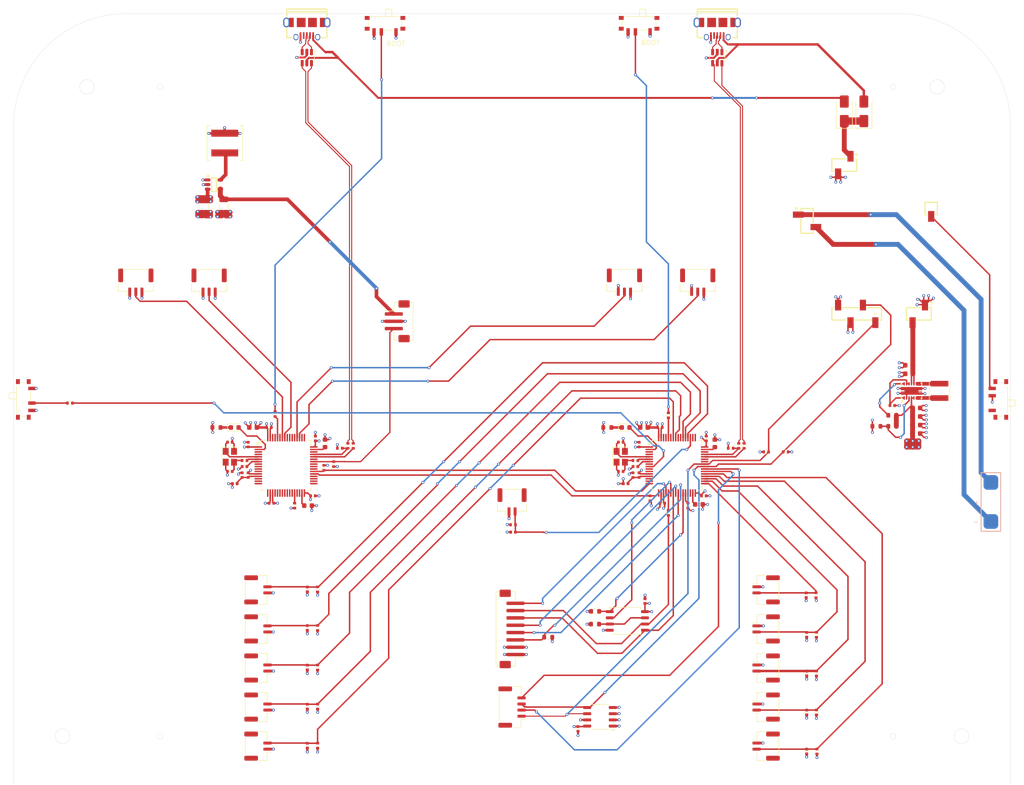
<source format=kicad_pcb>
(kicad_pcb (version 20240108) (generator "pcbnew") (generator_version "8.0")
  (layers (0 "F.Cu" signal) (1 "In1.Cu" power) (2 "In2.Cu" power) (31 "B.Cu" signal) (34 "B.Paste" user) (35 "F.Paste" user) (36 "B.SilkS" user "B.Silkscreen") (37 "F.SilkS" user "F.Silkscreen") (38 "B.Mask" user) (39 "F.Mask" user) (44 "Edge.Cuts" user))
  (net 0 "")
  (net 1 "GND")
  (net 2 "+3.3V")
  (net 3 "HSE_IN_1")
  (net 4 "ON_BUTTON")
  (net 5 "MENU_BUTTON")
  (net 6 "PAGE_UP_BUTTON")
  (net 7 "PAGE_DOWN_BUTTON")
  (net 8 "BACK_BUTTON")
  (net 9 "HOME_BUTTON")
  (net 10 "UP_BUTTON")
  (net 11 "RIGHT_BUTTON")
  (net 12 "LEFT_BUTTON")
  (net 13 "DOWN_BUTTON")
  (net 14 "OK_BUTTON")
  (net 15 "HSE_IN_2")
  (net 16 "+5V")
  (net 17 "Net-(D1-K)")
  (net 18 "LED_1")
  (net 19 "LED_2")
  (net 20 "Net-(D2-K)")
  (net 21 "Net-(D3-K)")
  (net 22 "USB1_5V")
  (net 23 "USB2_5V")
  (net 24 "BATTERY_SDA")
  (net 25 "TOUCHSCREEN_INT")
  (net 26 "BATTERY_SCL")
  (net 27 "TOUCHSCREEN_RESET")
  (net 28 "LCD_RESET")
  (net 29 "LCD_DC")
  (net 30 "LCD_CS")
  (net 31 "LCD_LED")
  (net 32 "SPI1_MOSI")
  (net 33 "SPI1_SCK")
  (net 34 "USB1_CONN-")
  (net 35 "USB1_CONN+")
  (net 45 "CRSF")
  (net 46 "LEFT_GIMBAL_H")
  (net 47 "LEFT_GIMBAL_V")
  (net 48 "RIGHT_GIMBAL_H")
  (net 49 "RIGHT_GIMBAL_V")
  (net 53 "USB2_CONN-")
  (net 59 "USB2_CONN+")
  (net 61 "BAT-")
  (net 62 "BAT+")
  (net 63 "Net-(U1-VCAP_1)")
  (net 64 "Net-(U1-PA5)")
  (net 65 "USB1-")
  (net 66 "Net-(U1-PA11)")
  (net 67 "USB1+")
  (net 68 "Net-(U1-PA12)")
  (net 69 "BOOT0_1")
  (net 70 "Net-(SW1-B)")
  (net 71 "HSE_OUT_1")
  (net 72 "LCD_SWITCH")
  (net 73 "Net-(SW2-B)")
  (net 74 "FLASH_CS")
  (net 75 "Net-(U2-~{HOLD})")
  (net 76 "Net-(U5-PA11)")
  (net 77 "USB2-")
  (net 78 "Net-(U5-PA12)")
  (net 79 "USB2+")
  (net 80 "Net-(SW3-B)")
  (net 81 "BOOT0_2")
  (net 82 "HSE_OUT_2")
  (net 84 "SPI1_MISO")
  (net 88 "Net-(SW4-C)")
  (net 89 "3.3VA_1")
  (net 90 "3.3VA_2")
  (net 91 "Net-(U1-VCAP_2)")
  (net 92 "Net-(C13-Pad2)")
  (net 93 "Net-(U5-VCAP_1)")
  (net 94 "Net-(U5-VCAP_2)")
  (net 95 "Net-(C39-Pad2)")
  (net 96 "Net-(U13-EN)")
  (net 97 "BATTERY_OUT")
  (net 98 "Net-(U12-LX)")
  (net 99 "Net-(L4-Pad2)")
  (net 100 "Net-(L4-Pad1)")
  (net 101 "USART2_TX1")
  (net 102 "Net-(U1-PB2)")
  (net 103 "USART2_RX1")
  (net 104 "Net-(U5-PB2)")
  (net 105 "Net-(U13-FB)")
  (net 106 "Net-(U13-PG)")
  (net 161 "Net-(U1-NRST)")
  (net 162 "Net-(U5-NRST)")
  (footprint "Capacitor_SMD:C_0402_1005Metric" (layer "F.Cu") (at 141.25 98.75)
    (property "Reference" "C7")
    (property "Value" "100n")
  )
  (footprint "Connector_JST:JST_GH_BM02B-GHS-TBT_1x02-1MP_P1.25mm_Vertical" (layer "F.Cu") (at 154 126 -90)
    (property "Reference" "J10")
    (property "Value" "Conn_01x02")
  )
  (footprint "Capacitor_SMD:C_0402_1005Metric" (layer "F.Cu") (at 48 94.5 90)
    (property "Reference" "C37")
    (property "Value" "10n")
  )
  (footprint "Button_Switch_SMD:SW_SPDT_PCM12" (layer "F.Cu") (at 76 2.3 180)
    (property "Reference" "SW3")
    (property "Value" "SW_SPDT")
  )
  (footprint "Resistor_SMD:R_0402_1005Metric" (layer "F.Cu") (at 130.25 99.25 -90)
    (property "Reference" "R27")
    (property "Value" "10k")
  )
  (footprint "Resistor_SMD:R_0402_1005Metric" (layer "F.Cu") (at 146.75 89)
    (property "Reference" "R6")
    (property "Value" "1k5")
  )
  (footprint "Capacitor_SMD:C_0402_1005Metric" (layer "F.Cu") (at 46.75 94.5 90)
    (property "Reference" "C36")
    (property "Value" "1u")
  )
  (footprint "Resistor_SMD:R_0402_1005Metric" (layer "F.Cu") (at 47.25 91.5 180)
    (property "Reference" "R34")
    (property "Value" "47")
  )
  (footprint "Resistor_SMD:R_0402_1005Metric" (layer "F.Cu") (at 148.4 88.5 -90)
    (property "Reference" "R7")
    (property "Value" "22R+")
  )
  (footprint "Capacitor_SMD:C_0402_1005Metric" (layer "F.Cu") (at 60.1 133.9 90)
    (property "Reference" "C16")
    (property "Value" "100n")
  )
  (footprint "Capacitor_SMD:C_0402_1005Metric" (layer "F.Cu") (at 52.75 100.25 180)
    (property "Reference" "C32")
    (property "Value" "100n")
  )
  (footprint "Resistor_SMD:R_0402_1005Metric" (layer "F.Cu") (at 66.75 89)
    (property "Reference" "R30")
    (property "Value" "1k5")
  )
  (footprint "Capacitor_SMD:C_0402_1005Metric" (layer "F.Cu") (at 162.3 143.1 90)
    (property "Reference" "C21")
    (property "Value" "100n")
  )
  (footprint "Capacitor_SMD:C_0603_1608Metric" (layer "F.Cu") (at 183.25 72 180)
    (property "Reference" "C44")
    (property "Value" "10u")
  )
  (footprint "Inductor_SMD:L_0402_1005Metric" (layer "F.Cu") (at 125.25 96.25)
    (property "Reference" "L1")
    (property "Value" "39n")
  )
  (footprint "Diode_SMD:D_0603_1608Metric" (layer "F.Cu") (at 45.25 84.75)
    (property "Reference" "D2")
    (property "Value" "RED")
  )
  (footprint "Resistor_SMD:R_0402_1005Metric" (layer "F.Cu") (at 65.5 92.25 -90)
    (property "Reference" "R28")
    (property "Value" "10k")
  )
  (footprint "Resistor_SMD:R_0603_1608Metric" (layer "F.Cu") (at 119 122.4)
    (property "Reference" "R25")
    (property "Value" "30k")
  )
  (footprint "Resistor_SMD:R_0402_1005Metric" (layer "F.Cu") (at 138 100.75 90)
    (property "Reference" "R8")
    (property "Value" "10k")
  )
  (footprint "Resistor_SMD:R_0402_1005Metric" (layer "F.Cu") (at 63.5 93 90)
    (property "Reference" "R2")
    (property "Value" "10k")
  )
  (footprint "Capacitor_SMD:C_0402_1005Metric" (layer "F.Cu") (at 115.5 146.48 90)
    (property "Reference" "C26")
    (property "Value" "100n")
  )
  (footprint "Capacitor_SMD:C_0402_1005Metric" (layer "F.Cu") (at 126.75 94.5 90)
    (property "Reference" "C10")
    (property "Value" "1u")
  )
  (footprint "Capacitor_SMD:C_0402_1005Metric" (layer "F.Cu") (at 162.3 135.12 90)
    (property "Reference" "C24")
    (property "Value" "100n")
  )
  (footprint "Capacitor_SMD:C_0603_1608Metric" (layer "F.Cu") (at 60.25 100.75)
    (property "Reference" "C28")
    (property "Value" "2u2")
  )
  (footprint "Capacitor_SMD:C_0603_1608Metric" (layer "F.Cu") (at 143.5 88 90)
    (property "Reference" "C3")
    (property "Value" "2u2")
  )
  (footprint "Connector_JST:JST_ZH_B8B-ZR-SM4-TF_1x08-1MP_P1.50mm_Vertical" (layer "F.Cu") (at 102 126 90)
    (property "Reference" "J13")
    (property "Value" "3.5'' LCD")
  )
  (footprint "Resistor_SMD:R_0402_1005Metric" (layer "F.Cu") (at 164.3 143.1 -90)
    (property "Reference" "R20")
    (property "Value" "10k")
  )
  (footprint "Capacitor_SMD:C_0402_1005Metric" (layer "F.Cu") (at 124.25 93.75)
    (property "Reference" "C13")
    (property "Value" "10p")
  )
  (footprint "Resistor_SMD:R_0603_1608Metric" (layer "F.Cu") (at 121.5 84.75 180)
    (property "Reference" "R24")
    (property "Value" "1k")
  )
  (footprint "kwrzesni:SOT-25-5" (layer "F.Cu") (at 41 35 -90)
    (property "Reference" "U12" (hide yes))
    (property "Value" "~" (hide yes))
  )
  (footprint "Connector_JST:JST_GH_BM02B-GHS-TBT_1x02-1MP_P1.25mm_Vertical" (layer "F.Cu") (at 50 150 90)
    (property "Reference" "J6")
    (property "Value" "Conn_01x02")
  )
  (footprint "Diode_SMD:D_SMA" (layer "F.Cu") (at 170 20 90)
    (property "Reference" "D4")
    (property "Value" "SS14")
  )
  (footprint "Package_SO:SOIC-8_5.275x5.275mm_P1.27mm" (layer "F.Cu") (at 125.6 124.365)
    (property "Reference" "U2")
    (property "Value" "W25X40CLSS")
  )
  (footprint "Resistor_SMD:R_0402_1005Metric" (layer "F.Cu") (at 102.2 104.675 180)
    (property "Reference" "R13")
    (property "Value" "10k")
  )
  (footprint "kwrzesni:DZ254S-11-02-48" (layer "F.Cu") (at 162.38 42.43 -90)
    (property "Reference" "U7" (hide yes))
    (property "Value" "~" (hide yes))
  )
  (footprint "Capacitor_SMD:C_0603_1608Metric" (layer "F.Cu") (at 129 84.75 180)
    (property "Reference" "C4")
    (property "Value" "4u7")
  )
  (footprint "Resistor_SMD:R_0603_1608Metric" (layer "F.Cu") (at 176.575 84.5 180)
    (property "Reference" "R36")
    (property "Value" "180k")
  )
  (footprint "Crystal:Crystal_SMD_3225-4Pin_3.2x2.5mm" (layer "F.Cu") (at 44.25 90.75 -90)
    (property "Reference" "Y2")
    (property "Value" "16Mhz")
  )
  (footprint "Capacitor_SMD:C_0402_1005Metric" (layer "F.Cu") (at 141.75 87 90)
    (property "Reference" "C8")
    (property "Value" "100n")
  )
  (footprint "Capacitor_SMD:C_0603_1608Metric" (layer "F.Cu") (at 184.75 80.75)
    (property "Reference" "C45")
    (property "Value" "22u")
  )
  (footprint "Capacitor_SMD:C_0603_1608Metric" (layer "F.Cu") (at 140.25 100.5)
    (property "Reference" "C2")
    (property "Value" "2u2")
  )
  (footprint "Connector_JST:JST_GH_BM02B-GHS-TBT_1x02-1MP_P1.25mm_Vertical" (layer "F.Cu") (at 50 134 90)
    (property "Reference" "J4")
    (property "Value" "Conn_01x02")
  )
  (footprint "kwrzesni:USB-B micro" (layer "F.Cu") (at 60 3.3 180)
    (property "Reference" "J20" (hide yes))
    (property "Value" "USB_B_Micro" (hide yes))
  )
  (footprint "Capacitor_SMD:C_0402_1005Metric" (layer "F.Cu") (at 61.75 87 90)
    (property "Reference" "C34")
    (property "Value" "100n")
  )
  (footprint "kwrzesni:TPS63020DSJR" (layer "F.Cu") (at 183.75 77.25)
    (property "Reference" "U13" (hide yes))
    (property "Value" "~" (hide yes))
  )
  (footprint "Inductor_SMD:L_Coilcraft_XAL6060-XXX" (layer "F.Cu") (at 43.2 26.5 90)
    (property "Reference" "L3")
    (property "Value" "4u7")
  )
  (footprint "Capacitor_SMD:C_0402_1005Metric" (layer "F.Cu") (at 132.25 84.75)
    (property "Reference" "C9")
    (property "Value" "100n")
  )
  (footprint "Package_QFP:LQFP-64_10x10mm_P0.5mm" (layer "F.Cu") (at 135.75 92.5)
    (property "Reference" "U1")
    (property "Value" "STM32F405RGT6")
  )
  (footprint "Capacitor_SMD:C_0402_1005Metric" (layer "F.Cu") (at 61.25 98.75)
    (property "Reference" "C33")
    (property "Value" "100n")
  )
  (footprint "Resistor_SMD:R_0402_1005Metric" (layer "F.Cu") (at 62.2 133.9 -90)
    (property "Reference" "R15")
    (property "Value" "10k")
  )
  (footprint "Resistor_SMD:R_0402_1005Metric" (layer "F.Cu") (at 69.5 88.5 -90)
    (property "Reference" "R29")
    (property "Value" "22R")
  )
  (footprint "Package_QFP:LQFP-64_10x10mm_P0.5mm" (layer "F.Cu") (at 55.75 92.5)
    (property "Reference" "U5")
    (property "Value" "STM32F405RGT6")
  )
  (footprint "Resistor_SMD:R_0603_1608Metric" (layer "F.Cu") (at 109.4 127.7 180)
    (property "Reference" "R11")
    (property "Value" "30k")
  )
  (footprint "Capacitor_SMD:C_0402_1005Metric" (layer "F.Cu") (at 48 88.25 90)
    (property "Reference" "C31")
    (property "Value" "100n")
  )
  (footprint "Connector_JST:JST_ZH_B3B-ZR-SM4-TF_1x03-1MP_P1.50mm_Vertical" (layer "F.Cu") (at 78.5 63 -90)
    (property "Reference" "J15")
    (property "Value" "Conn_01x03")
  )
  (footprint "Connector_JST:JST_GH_BM03B-GHS-TBT_1x03-1MP_P1.25mm_Vertical" (layer "F.Cu") (at 140 55)
    (property "Reference" "J19")
    (property "Value" "Conn_01x03")
  )
  (footprint "Capacitor_SMD:C_0603_1608Metric" (layer "F.Cu") (at 63.725 88 90)
    (property "Reference" "C29")
    (property "Value" "2u2")
  )
  (footprint "Resistor_SMD:R_0402_1005Metric" (layer "F.Cu") (at 134 82.25 -90)
    (property "Reference" "R9")
    (property "Value" "10k")
  )
  (footprint "Connector_JST:JST_GH_BM03B-GHS-TBT_1x03-1MP_P1.25mm_Vertical" (layer "F.Cu") (at 125 55)
    (property "Reference" "J18")
    (property "Value" "Conn_01x03")
  )
  (footprint "Resistor_SMD:R_0402_1005Metric" (layer "F.Cu") (at 134 102.25 90)
    (property "Reference" "R3")
    (property "Value" "22R")
  )
  (footprint "Resistor_SMD:R_0603_1608Metric" (layer "F.Cu") (at 118.98 125.015 180)
    (property "Reference" "R26")
    (property "Value" "30k")
  )
  (footprint "Capacitor_SMD:C_0402_1005Metric" (layer "F.Cu") (at 44.25 93.75)
    (property "Reference" "C39")
    (property "Value" "10p")
  )
  (footprint "kwrzesni:USB-B micro" (layer "F.Cu") (at 144 3.3 180)
    (property "Reference" "J14" (hide yes))
    (property "Value" "USB_B_Micro" (hide yes))
  )
  (footprint "Crystal:Crystal_SMD_3225-4Pin_3.2x2.5mm" (layer "F.Cu") (at 124.25 90.75 -90)
    (property "Reference" "Y1")
    (property "Value" "16Mhz")
  )
  (footprint "Package_TO_SOT_SMD:SOT-23-6" (layer "F.Cu") (at 60 9 -90)
    (property "Reference" "U6")
    (property "Value" "USBLC6-2SC6")
  )
  (footprint "Capacitor_SMD:C_1206_3216Metric" (layer "F.Cu") (at 39 39.5 -90)
    (property "Reference" "C41")
    (property "Value" "10u")
  )
  (footprint "Capacitor_SMD:C_0603_1608Metric" (layer "F.Cu") (at 184.75 82.5)
    (property "Reference" "C46")
    (property "Value" "22u")
  )
  (footprint "Capacitor_SMD:C_0402_1005Metric" (layer "F.Cu") (at 60.1 117.9 90)
    (property "Reference" "C15")
    (property "Value" "100n")
  )
  (footprint "Diode_SMD:D_SMA" (layer "F.Cu") (at 174 20 90)
    (property "Reference" "D3")
    (property "Value" "SS14")
  )
  (footprint "Resistor_SMD:R_0402_1005Metric" (layer "F.Cu") (at 164.4 151.1 -90)
    (property "Reference" "R22")
    (property "Value" "10k")
  )
  (footprint "Capacitor_SMD:C_0402_1005Metric" (layer "F.Cu") (at 179.825 80.25 180)
    (property "Reference" "C42")
    (property "Value" "100n")
  )
  (footprint "Capacitor_SMD:C_1206_3216Metric" (layer "F.Cu") (at 43 39.5 -90)
    (property "Reference" "C40")
    (property "Value" "10u")
  )
  (footprint "Resistor_SMD:R_0402_1005Metric" (layer "F.Cu") (at 11.51 79.75)
    (property "Reference" "R12")
    (property "Value" "10k")
  )
  (footprint "Capacitor_SMD:C_0402_1005Metric" (layer "F.Cu") (at 52.25 84.75)
    (property "Reference" "C35")
    (property "Value" "100n")
  )
  (footprint "Connector_JST:JST_GH_BM03B-GHS-TBT_1x03-1MP_P1.25mm_Vertical" (layer "F.Cu") (at 40 55)
    (property "Reference" "J17")
    (property "Value" "Conn_01x03")
  )
  (footprint "Inductor_SMD:L_0402_1005Metric" (layer "F.Cu") (at 45.25 96.25)
    (property "Reference" "L2")
    (property "Value" "39n")
  )
  (footprint "Button_Switch_SMD:SW_SPDT_PCM12" (layer "F.Cu") (at 2.3 79 -90)
    (property "Reference" "SW2")
    (property "Value" "SW_SPDT")
  )
  (footprint "Resistor_SMD:R_0603_1608Metric" (layer "F.Cu") (at 179.825 82.25 180)
    (property "Reference" "R37")
    (property "Value" "1M")
  )
  (footprint "Resistor_SMD:R_0603_1608Metric" (layer "F.Cu") (at 41.5 84.75 180)
    (property "Reference" "R35")
    (property "Value" "1k")
  )
  (footprint "kwrzesni:DZ254S-11-02-48" (layer "F.Cu") (at 170 31 180)
    (property "Reference" "U9" (hide yes))
    (property "Value" "~" (hide yes))
  )
  (footprint "Button_Switch_SMD:SW_SPDT_PCM12" (layer "F.Cu") (at 128 2.3 180)
    (property "Reference" "SW1")
    (property "Value" "SW_SPDT")
  )
  (footprint "kwrzesni:X6511WVS-01H-C60D48R2" (layer "F.Cu") (at 187.78 41.52)
    (property "Reference" "U8" (hide yes))
    (property "Value" "~" (hide yes))
  )
  (footprint "Resistor_SMD:R_0402_1005Metric" (layer "F.Cu") (at 57.5 100.75 90)
    (property "Reference" "R32")
    (property "Value" "10k")
  )
  (footprint "Connector_JST:JST_GH_BM04B-GHS-TBT_1x04-1MP_P1.25mm_Vertical" (layer "F.Cu") (at 102 142 90)
    (property "Reference" "J1")
    (property "Value" "Touchscreen")
  )
  (footprint "Resistor_SMD:R_0402_1005Metric" (layer "F.Cu") (at 68.4 88.5 -90)
    (property "Reference" "R31")
    (property "Value" "22R")
  )
  (footprint "Connector_JST:JST_GH_BM02B-GHS-TBT_1x02-1MP_P1.25mm_Vertical" (layer "F.Cu") (at 154 118 -90)
    (property "Reference" "J8")
    (property "Value" "Conn_01x02")
  )
  (footprint "Connector_JST:JST_GH_BM03B-GHS-TBT_1x03-1MP_P1.25mm_Vertical" (layer "F.Cu") (at 25 55)
    (property "Reference" "J16")
    (property "Value" "Conn_01x03")
  )
  (footprint "Resistor_SMD:R_0402_1005Metric" (layer "F.Cu") (at 154 89.75)
    (property "Reference" "R4")
    (property "Value" "2k2")
  )
  (footprint "Capacitor_SMD:C_0402_1005Metric" (layer "F.Cu") (at 44.25 87.75 180)
    (property "Reference" "C38")
    (property "Value" "10p")
  )
  (footprint "Connector_JST:JST_GH_BM02B-GHS-TBT_1x02-1MP_P1.25mm_Vertical" (layer "F.Cu") (at 50 118 90)
    (property "Reference" "J3")
    (property "Value" "Conn_01x02")
  )
  (footprint "kwrzesni:battery" (layer "F.Cu") (at 200 100 90)
    (property "Reference" "J21" (hide yes))
    (property "Value" "Conn_01x02" (hide yes))
  )
  (footprint "Package_TO_SOT_SMD:SOT-23-6" (layer "F.Cu") (at 144 9 -90)
    (property "Reference" "U4")
    (property "Value" "USBLC6-2SC6")
  )
  (footprint "Capacitor_SMD:C_0402_1005Metric" (layer "F.Cu") (at 128 88.25 90)
    (property "Reference" "C5")
    (property "Value" "100n")
  )
  (footprint "Diode_SMD:D_0603_1608Metric" (layer "F.Cu") (at 125.25 84.75)
    (property "Reference" "D1")
    (property "Value" "RED")
  )
  (footprint "Connector_JST:JST_GH_BM02B-GHS-TBT_1x02-1MP_P1.25mm_Vertical" (layer "F.Cu") (at 102 100)
    (property "Reference" "J2")
    (property "Value" "Conn_01x02")
  )
  (footprint "Resistor_SMD:R_0402_1005Metric" (layer "F.Cu") (at 158 89.75 180)
    (property "Reference" "R1")
    (property "Value" "2k2")
  )
  (footprint "kwrzesni:X6511WVS-04H-C60D48R1" (layer "F.Cu") (at 172.54 61.48 180)
    (property "Reference" "U11" (hide yes))
    (property "Value" "~" (hide yes))
  )
  (footprint "Inductor_SMD:L_Vishay_IFSC-1515AH_4x4x1.8mm" (layer "F.Cu") (at 189.5 77.25 90)
    (property "Reference" "L4")
    (property "Value" "1u5")
  )
  (footprint "Resistor_SMD:R_0402_1005Metric" (layer "F.Cu") (at 164.3 135.12 -90)
    (property "Reference" "R23")
    (property "Value" "10k")
  )
  (footprint "Resistor_SMD:R_0402_1005Metric" (layer "F.Cu") (at 62.2 149.9 -90)
    (property "Reference" "R17")
    (property "Value" "10k")
  )
  (footprint "Capacitor_SMD:C_0603_1608Metric" (layer "F.Cu") (at 184.75 84.25)
    (property "Reference" "C47")
    (property "Value" "22u")
  )
  (footprint "Capacitor_SMD:C_0402_1005Metric" (layer "F.Cu") (at 102.2 106.175)
    (property "Reference" "C14")
    (property "Value" "100n")
  )
  (footprint "Capacitor_SMD:C_0402_1005Metric" (layer "F.Cu") (at 60.1 141.9 90)
    (property "Reference" "C17")
    (property "Value" "100n")
  )
  (footprint "Capacitor_SMD:C_0402_1005Metric" (layer "F.Cu") (at 128 94.5 90)
    (property "Reference" "C11")
    (property "Value" "10n")
  )
  (footprint "Capacitor_SMD:C_0402_1005Metric" (layer "F.Cu") (at 162.2 119.1 90)
    (property "Reference" "C20")
    (property "Value" "100n")
  )
  (footprint "Resistor_SMD:R_0603_1608Metric" (layer "F.Cu") (at 179.825 84.5 180)
    (property "Reference" "R38")
    (property "Value" "1M")
  )
  (footprint "Button_Switch_SMD:SW_SPDT_PCM12" (layer "F.Cu") (at 201.7 79 90)
    (property "Reference" "SW4")
    (property "Value" "SW_SPDT")
  )
  (footprint "Connector_JST:JST_GH_BM02B-GHS-TBT_1x02-1MP_P1.25mm_Vertical" (layer "F.Cu") (at 50 126 90)
    (property "Reference" "J7")
    (property "Value" "Conn_01x02")
  )
  (footprint "kwrzesni:DZ254S-11-02-48" (layer "F.Cu") (at 185.24 61.48 180)
    (property "Reference" "U10" (hide yes))
    (property "Value" "~" (hide yes))
  )
  (footprint "Resistor_SMD:R_0402_1005Metric" (layer "F.Cu") (at 62.2 141.9 -90)
    (property "Reference" "R16")
    (property "Value" "10k")
  )
  (footprint "Resistor_SMD:R_0402_1005Metric" (layer "F.Cu") (at 164.3 127.2 -90)
    (property "Reference" "R21")
    (property "Value" "10k")
  )
  (footprint "Resistor_SMD:R_0402_1005Metric" (layer "F.Cu") (at 53.5 82 -90)
    (property "Reference" "R33")
    (property "Value" "10k")
  )
  (footprint "Capacitor_SMD:C_0402_1005Metric" (layer "F.Cu") (at 129.2 120.3 -90)
    (property "Reference" "C25")
    (property "Value" "100n")
  )
  (footprint "Capacitor_SMD:C_0402_1005Metric" (layer "F.Cu") (at 60.1 149.9 90)
    (property "Reference" "C18")
    (property "Value" "100n")
  )
  (footprint "Capacitor_SMD:C_0402_1005Metric" (layer "F.Cu") (at 127.25 92.75 180)
    (property "Reference" "C1")
    (property "Value" "100n")
  )
  (footprint "Connector_JST:JST_GH_BM02B-GHS-TBT_1x02-1MP_P1.25mm_Vertical" (layer "F.Cu") (at 154 134 -90)
    (property "Reference" "J12")
    (property "Value" "Conn_01x02")
  )
  (footprint "Capacitor_SMD:C_0402_1005Metric" (layer "F.Cu") (at 162.3 151.1 90)
    (property "Reference" "C23")
    (property "Value" "100n")
  )
  (footprint "Connector_JST:JST_GH_BM02B-GHS-TBT_1x02-1MP_P1.25mm_Vertical" (layer "F.Cu") (at 154 150 -90)
    (property "Reference" "J11")
    (property "Value" "Conn_01x02")
  )
  (footprint "Capacitor_SMD:C_0402_1005Metric" (layer "F.Cu") (at 132.75 100.25 180)
    (property "Reference" "C6")
    (property "Value" "100n")
  )
  (footprint "Resistor_SMD:R_0402_1005Metric" (layer "F.Cu") (at 149.5 88.5 -90)
    (property "Reference" "R5")
    (property "Value" "22R-")
  )
  (footprint "Resistor_SMD:R_0402_1005Metric" (layer "F.Cu") (at 62.2 117.9 -90)
    (property "Reference" "R14")
    (property "Value" "10k")
  )
  (footprint "Resistor_SMD:R_0402_1005Metric" (layer "F.Cu") (at 164.2 119.1 -90)
    (property "Reference" "R19")
    (property "Value" "10k")
  )
  (footprint "Resistor_SMD:R_0402_1005Metric" (layer "F.Cu") (at 127.25 91.5 180)
    (property "Reference" "R10")
    (property "Value" "47")
  )
  (footprint "Capacitor_SMD:C_0402_1005Metric" (layer "F.Cu") (at 124.25 87.75 180)
    (property "Reference" "C12")
    (property "Value" "10p")
  )
  (footprint "Capacitor_SMD:C_0603_1608Metric" (layer "F.Cu") (at 49 84.75 180)
    (property "Reference" "C30")
    (property "Value" "4u7")
  )
  (footprint "Connector_JST:JST_GH_BM02B-GHS-TBT_1x02-1MP_P1.25mm_Vertical" (layer "F.Cu") (at 154 142 -90)
    (property "Reference" "J9")
    (property "Value" "Conn_01x02")
  )
  (footprint "Connector_JST:JST_GH_BM02B-GHS-TBT_1x02-1MP_P1.25mm_Vertical" (layer "F.Cu") (at 50 142 90)
    (property "Reference" "J5")
    (property "Value" "Conn_01x02")
  )
  (footprint "Capacitor_SMD:C_0603_1608Metric" (layer "F.Cu") (at 184.75 86)
    (property "Reference" "C48")
    (property "Value" "22u")
  )
  (footprint "Package_SO:SOP-8_3.9x4.9mm_P1.27mm" (layer "F.Cu") (at 120 144 180)
    (property "Reference" "U3")
    (property "Value" "AT24CS01-XHM")
  )
  (footprint "Capacitor_SMD:C_0603_1608Metric" (layer "F.Cu") (at 183.25 73.75 180)
    (property "Reference" "C43")
    (property "Value" "10u")
  )
  (footprint "Capacitor_SMD:C_0402_1005Metric" (layer "F.Cu") (at 60.1 125.8 90)
    (property "Reference" "C19")
    (property "Value" "100n")
  )
  (footprint "Resistor_SMD:R_0402_1005Metric" (layer "F.Cu") (at 62.2 125.81 -90)
    (property "Reference" "R18")
    (property "Value" "10k")
  )
  (footprint "Capacitor_SMD:C_0402_1005Metric" (layer "F.Cu") (at 162.3 127.2 90)
    (property "Reference" "C22")
    (property "Value" "100n")
  )
  (footprint "Capacitor_SMD:C_0402_1005Metric" (layer "F.Cu") (at 47.25 92.75 180)
    (property "Reference" "C27")
    (property "Value" "100n")
  )
  (gr_circle (center 15 15) (end 16.5 15) (stroke (width 0.05)) (fill none) (layer "Edge.Cuts"))
  (gr_line (start 204 158) (end 0 158) (stroke (width 0.05)) (layer "Edge.Cuts"))
  (gr_line (start 0 158) (end 0 23) (stroke (width 0.05)) (layer "Edge.Cuts"))
  (gr_arc (start 182.000003 0) (mid 196.556349 6.029437) (end 204 21.999997) (stroke (width 0.05)) (layer "Edge.Cuts"))
  (gr_circle (center 180 15) (end 180.576 15) (stroke (width 0.05)) (fill none) (layer "Edge.Cuts"))
  (gr_circle (center 30 148) (end 30.576 148) (stroke (width 0.05)) (fill none) (layer "Edge.Cuts"))
  (gr_circle (center 30 15) (end 30.576 15) (stroke (width 0.05)) (fill none) (layer "Edge.Cuts"))
  (gr_arc (start 0 23) (mid 6.736544 6.736544) (end 23 0) (stroke (width 0.05)) (layer "Edge.Cuts"))
  (gr_line (start 204 158) (end 204 21.999997) (stroke (width 0.05)) (layer "Edge.Cuts"))
  (gr_circle (center 189 15) (end 190.5 15) (stroke (width 0.05)) (fill none) (layer "Edge.Cuts"))
  (gr_line (start 23 0) (end 182.000003 0) (stroke (width 0.05)) (layer "Edge.Cuts"))
  (gr_circle (center 10 148) (end 11.5 148) (stroke (width 0.05)) (fill none) (layer "Edge.Cuts"))
  (gr_circle (center 180 148) (end 180.576 148) (stroke (width 0.05)) (fill none) (layer "Edge.Cuts"))
  (gr_circle (center 194 148) (end 195.5 148) (stroke (width 0.05)) (fill none) (layer "Edge.Cuts"))
  (gr_text "+" (at 197.775 100.65 0) (layer "B.SilkS") (effects (font (size 1 1) (thickness 0.1)) (justify left bottom mirror)))
  (gr_text "-" (at 197.625 104.625 0) (layer "B.SilkS") (effects (font (size 1 1) (thickness 0.1)) (justify left bottom mirror)))
  (gr_text "BOOT" (at 128.325 6.525 0) (layer "F.SilkS") (effects (font (size 1 1) (thickness 0.1)) (justify left bottom)))
  (gr_text "BOOT" (at 76.2 6.725 0) (layer "F.SilkS") (effects (font (size 1 1) (thickness 0.1)) (justify left bottom)))
  (segment (start 130.075 94.25) (end 128.23 94.25) (width 0.3) (layer "F.Cu") (net 1))
  (segment (start 167.25 33.5) (end 168.03 33.5) (width 0.3) (layer "F.Cu") (net 1))
  (segment (start 186.49346 77.825) (end 184.325 77.825) (width 0.3) (layer "F.Cu") (net 1))
  (segment (start 184.325 77.825) (end 183.75 77.25) (width 0.3) (layer "F.Cu") (net 1))
  (segment (start 46.27 93.25) (end 46.77 92.75) (width 0.3) (layer "F.Cu") (net 1))
  (segment (start 63.725 87.225) (end 64.5 87.225) (width 0.3) (layer "F.Cu") (net 1))
  (segment (start 62.225 142.435) (end 62.2 142.41) (width 0.4) (layer "F.Cu") (net 1))
  (segment (start 181.25 72.5) (end 181.975 72.5) (width 0.3) (layer "F.Cu") (net 1))
  (segment (start 121.995 126.275) (end 122 126.27) (width 0.4) (layer "F.Cu") (net 1))
  (segment (start 139 101.75) (end 138.49 101.75) (width 0.3) (layer "F.Cu") (net 1))
  (segment (start 37.7 40.55) (end 37.675 40.525) (width 0.5) (layer "F.Cu") (net 1))
  (segment (start 47.4 83.925) (end 48.225 84.75) (width 0.3) (layer "F.Cu") (net 1))
  (segment (start 144.5 87.25) (end 143.525 87.25) (width 0.3) (layer "F.Cu") (net 1))
  (segment (start 186.43 59.6) (end 186.51 59.68) (width 0.3) (layer "F.Cu") (net 1))
  (segment (start 184.9 59.6) (end 186.43 59.6) (width 0.3) (layer "F.Cu") (net 1))
  (segment (start 175.75 85.75) (end 175.75 84.5) (width 0.3) (layer "F.Cu") (net 1))
  (segment (start 44.75 87) (end 44.75 87.73) (width 0.3) (layer "F.Cu") (net 1))
  (segment (start 62 100.75) (end 61.025 100.75) (width 0.3) (layer "F.Cu") (net 1))
  (segment (start 37.675 40.7) (end 38.725 40.7) (width 1) (layer "F.Cu") (net 1))
  (segment (start 169.25 34.5) (end 169.25 33.32) (width 0.3) (layer "F.Cu") (net 1))
  (segment (start 120.675 84.75) (end 120.675 83.825) (width 0.3) (layer "F.Cu") (net 1))
  (segment (start 182.225 73.5) (end 182.475 73.75) (width 0.3) (layer "F.Cu") (net 1))
  (segment (start 126.27 93.25) (end 126.77 92.75) (width 0.3) (layer "F.Cu") (net 1))
  (segment (start 122.63 145.9) (end 122.625 145.905) (width 0.4) (layer "F.Cu") (net 1))
  (segment (start 63.725 86.25) (end 63.725 87.225) (width 0.3) (layer "F.Cu") (net 1))
  (segment (start 64.5 87.225) (end 64.725 87) (width 0.3) (layer "F.Cu") (net 1))
  (segment (start 168.73 58.48) (end 168.25 58) (width 0.3) (layer "F.Cu") (net 1))
  (segment (start 128.225 84.475) (end 128.225 84.75) (width 0.3) (layer "F.Cu") (net 1))
  (segment (start 129.225 119.795) (end 129.2 119.82) (width 0.5) (layer "F.Cu") (net 1))
  (segment (start 58.7 4.475) (end 58.7 5.85) (width 0.4) (layer "F.Cu") (net 1))
  (segment (start 186.8 84) (end 185.775 84) (width 0.3) (layer "F.Cu") (net 1))
  (segment (start 48.5 93.5) (end 48.5 93.52) (width 0.3) (layer "F.Cu") (net 1))
  (segment (start 52.75 84) (end 52.75 84.73) (width 0.3) (layer "F.Cu") (net 1))
  (segment (start 187.25 57.75) (end 187.25 58.75) (width 0.3) (layer "F.Cu") (net 1))
  (segment (start 200.3 78.28) (end 200.27 78.25) (width 0.3) (layer "F.Cu") (net 1))
  (segment (start 142.7 4.475) (end 142.7 5.8) (width 0.4) (layer "F.Cu") (net 1))
  (segment (start 186.75 80.25) (end 186.025 80.25) (width 0.3) (layer "F.Cu") (net 1))
  (segment (start 120.675 84.75) (end 120.675 85.675) (width 0.3) (layer "F.Cu") (net 1))
  (segment (start 61.75 85.75) (end 61.75 86.52) (width 0.3) (layer "F.Cu") (net 1))
  (segment (start 124.75 87.73) (end 124.73 87.75) (width 0.3) (layer "F.Cu") (net 1))
  (segment (start 144 8.356974) (end 144 7.8625) (width 0.4) (layer "F.Cu") (net 1))
  (segment (start 52.5 100.02) (end 52.27 100.25) (width 0.3) (layer "F.Cu") (net 1))
  (segment (start 62.225 143.075) (end 62.225 142.435) (width 0.4) (layer "F.Cu") (net 1))
  (segment (start 120.675 83.825) (end 120.75 83.75) (width 0.3) (layer "F.Cu") (net 1))
  (segment (start 40.275 40.7) (end 40.275 41.425) (width 1) (layer "F.Cu") (net 1))
  (segment (start 187.25 58.75) (end 187.75 58.75) (width 0.3) (layer "F.Cu") (net 1))
  (segment (start 38.775 56.975) (end 38.75 56.95) (width 0.5) (layer "F.Cu") (net 1))
  (segment (start 164.3 128.425) (end 164.3 127.71) (width 0.4) (layer "F.Cu") (net 1))
  (segment (start 115.5 147.8) (end 115.5 146.96) (width 0.4) (layer "F.Cu") (net 1))
  (segment (start 52.5 86.825) (end 52.5 84.98) (width 0.3) (layer "F.Cu") (net 1))
  (segment (start 143.306974 9.05) (end 144 8.356974) (width 0.4) (layer "F.Cu") (net 1))
  (segment (start 123.4 91.85) (end 123.4 93.38) (width 0.3) (layer "F.Cu") (net 1))
  (segment (start 185.775 82.25) (end 185.525 82.5) (width 0.3) (layer "F.Cu") (net 1))
  (segment (start 186.25 57.75) (end 186.25 59.42) (width 0.3) (layer "F.Cu") (net 1))
  (segment (start 122.625 143.365) (end 123.91 143.365) (width 0.4) (layer "F.Cu") (net 1))
  (segment (start 62.225 118.435) (end 62.2 118.41) (width 0.4) (layer "F.Cu") (net 1))
  (segment (start 46.28 94.02) (end 46.75 94.02) (width 0.3) (layer "F.Cu") (net 1))
  (segment (start 46 93.25) (end 46.27 93.25) (width 0.3) (layer "F.Cu") (net 1))
  (segment (start 127.5 84.025) (end 128.225 84.75) (width 0.3) (layer "F.Cu") (net 1))
  (segment (start 123.88 142.095) (end 123.925 142.05) (width 0.4) (layer "F.Cu") (net 1))
  (segment (start 183.25 77.75) (end 183.75 77.25) (width 0.3) (layer "F.Cu") (net 1))
  (segment (start 185.33 58.5) (end 186.51 59.68) (width 0.3) (layer "F.Cu") (net 1))
  (segment (start 122.625 142.095) (end 123.88 142.095) (width 0.4) (layer "F.Cu") (net 1))
  (segment (start 40.275 40.7) (end 39.275 40.7) (width 1) (layer "F.Cu") (net 1))
  (segment (start 43.45 41.425) (end 43 40.975) (width 1) (layer "F.Cu") (net 1))
  (segment (start 57.925 8.975) (end 59.549999 8.975) (width 0.4) (layer "F.Cu") (net 1))
  (segment (start 40.675 84.75) (end 40.675 85.675) (width 0.3) (layer "F.Cu") (net 1))
  (segment (start 132.75 84.73) (end 132.73 84.75) (width 0.3) (layer "F.Cu") (net 1))
  (segment (start 45.1 88.12) (end 44.73 87.75) (width 0.3) (layer "F.Cu") (net 1))
  (segment (start 128.5 83.75) (end 128.5 84.475) (width 0.3) (layer "F.Cu") (net 1))
  (segment (start 40.675 84.75) (end 40.675 83.825) (width 0.3) (layer "F.Cu") (net 1))
  (segment (start 181.25 74.3) (end 181.925 74.3) (width 0.3) (layer "F.Cu") (net 1))
  (segment (start 175.75 83.25) (end 175.75 84.5) (width 0.3) (layer "F.Cu") (net 1))
  (segment (start 123.77 94.48) (end 123.75 94.5) (width 0.3) (layer "F.Cu") (net 1))
  (segment (start 62.2 127.025) (end 62.2 126.32) (width 0.4) (layer "F.Cu") (net 1))
  (segment (start 102.7 129.75) (end 100.425 129.75) (width 0.4) (layer "F.Cu") (net 1))
  (segment (start 101.025 104.625) (end 101.64 104.625) (width 0.3) (layer "F.Cu") (net 1))
  (segment (start 182.75 78.7) (end 182.75 78.025) (width 0.3) (layer "F.Cu") (net 1))
  (segment (start 186.8 86.8) (end 186.325 86.8) (width 0.3) (layer "F.Cu") (net 1))
  (segment (start 126 94.3) (end 126.28 94.02) (width 0.3) (layer "F.Cu") (net 1))
  (segment (start 200.3 79.55) (end 200.3 78.28) (width 0.3) (layer "F.Cu") (net 1))
  (segment (start 43.275 40.7) (end 43 40.975) (width 1) (layer "F.Cu") (net 1))
  (segment (start 52.75 84.73) (end 52.73 84.75) (width 0.3) (layer "F.Cu") (net 1))
  (segment (start 141.75 85.75) (end 141.75 86.52) (width 0.3) (layer "F.Cu") (net 1))
  (segment (start 169.43 33.5) (end 168.73 32.8) (width 0.3) (layer "F.Cu") (net 1))
  (segment (start 186.025 80.25) (end 185.525 80.75) (width 0.3) (layer "F.Cu") (net 1))
  (segment (start 181.975 71.5) (end 182.475 72) (width 0.3) (layer "F.Cu") (net 1))
  (segment (start 122.625 144.635) (end 123.915 144.635) (width 0.4) (layer "F.Cu") (net 1))
  (segment (start 43.4 93.38) (end 43.77 93.75) (width 0.3) (layer "F.Cu") (net 1))
  (segment (start 117.365 144.625) (end 117.375 144.635) (width 0.4) (layer "F.Cu") (net 1))
  (segment (start 132.5 86.825) (end 132.5 84.98) (width 0.3) (layer "F.Cu") (net 1))
  (segment (start 43.75 93.77) (end 43.77 93.75) (width 0.3) (layer "F.Cu") (net 1))
  (segment (start 132.25 100.27) (end 132.27 100.25) (width 0.3) (layer "F.Cu") (net 1))
  (segment (start 141.025 100.5) (end 141.025 101.475) (width 0.3) (layer "F.Cu") (net 1))
  (segment (start 141.025 100.5) (end 142 100.5) (width 0.3) (layer "F.Cu") (net 1))
  (segment (start 128 94) (end 128.5 93.5) (width 0.3) (layer "F.Cu") (net 1))
  (segment (start 132.5 100.02) (end 132.27 100.25) (width 0.3) (layer "F.Cu") (net 1))
  (segment (start 143.5 86.25) (end 143.5 87.225) (width 0.3) (layer "F.Cu") (net 1))
  (segment (start 101.64 104.625) (end 101.69 104.675) (width 0.3) (layer "F.Cu") (net 1))
  (segment (start 77.8 63) (end 80.15 63) (width 0.5) (layer "F.Cu") (net 1))
  (segment (start 125.1 88.12) (end 124.73 87.75) (width 0.3) (layer "F.Cu") (net 1))
  (segment (start 40.25 41.6) (end 40.275 41.625) (width 0.5) (layer "F.Cu") (net 1))
  (segment (start 168.73 58.52) (end 169.25 58) (width 0.3) (layer "F.Cu") (net 1))
  (segment (start 181 77.75) (end 183.25 77.75) (width 0.3) (layer "F.Cu") (net 1))
  (segment (start 123.925 145.9) (end 122.63 145.9) (width 0.4) (layer "F.Cu") (net 1))
  (segment (start 23.75 58.25) (end 23.75 56.95) (width 0.5) (layer "F.Cu") (net 1))
  (segment (start 3.43 81.25) (end 4.6 81.25) (width 0.5) (layer "F.Cu") (net 1))
  (segment (start 170.25 33.5) (end 169.43 33.5) (width 0.3) (layer "F.Cu") (net 1))
  (segment (start 48.5 84.475) (end 48.225 84.75) (width 0.3) (layer "F.Cu") (net 1))
  (segment (start 186.025 81.25) (end 185.525 80.75) (width 0.3) (layer "F.Cu") (net 1))
  (segment (start 40.675 83.825) (end 40.75 83.75) (width 0.3) (layer "F.Cu") (net 1))
  (segment (start 38.725 40.7) (end 39 40.975) (width 1) (layer "F.Cu") (net 1))
  (segment (start 125.1 89.65) (end 125.1 88.12) (width 0.3) (layer "F.Cu") (net 1))
  (segment (start 124.75 87) (end 124.75 87.73) (width 0.3) (layer "F.Cu") (net 1))
  (segment (start 168.25 33.28) (end 168.73 32.8) (width 0.3) (layer "F.Cu") (net 1))
  (segment (start 129.225 119.1) (end 129.225 119.795) (width 0.5) (layer "F.Cu") (net 1))
  (segment (start 187.75 58.75) (end 188.25 58.25) (width 0.3) (layer "F.Cu") (net 1))
  (segment (start 186.5 76.75) (end 184.25 76.75) (width 0.3) (layer "F.Cu") (net 1))
  (segment (start 62.5 98.75) (end 61.73 98.75) (width 0.3) (layer "F.Cu") (net 1))
  (segment (start 141.025 101.475) (end 141 101.5) (width 0.3) (layer "F.Cu") (net 1))
  (segment (start 126 93.25) (end 126.27 93.25) (width 0.3) (layer "F.Cu") (net 1))
  (segment (start 185.775 85.75) (end 185.525 86) (width 0.3) (layer "F.Cu") (net 1))
  (segment (start 181.25 73.5) (end 182.225 73.5) (width 0.3) (layer "F.Cu") (net 1))
  (segment (start 187.25 58.94) (end 186.51 59.68) (width 0.3) (layer "F.Cu") (net 1))
  (segment (start 62.225 119.1) (end 62.225 118.435) (width 0.4) (layer "F.Cu") (net 1))
  (segment (start 41.725 40.7) (end 42.725 40.7) (width 1) (layer "F.Cu") (net 1))
  (segment (start 47.25 87.75) (end 47.98 87.75) (width 0.3) (layer "F.Cu") (net 1))
  (segment (start 42.575 41.4) (end 43 40.975) (width 1) (layer "F.Cu") (net 1))
  (segment (start 61 101.75) (end 61 100.775) (width 0.3) (layer "F.Cu") (net 1))
  (segment (start 52.5 98.175) (end 52.5 100.02) (width 0.3) (layer "F.Cu") (net 1))
  (segment (start 168.73 59.68) (end 168.73 58.48) (width 0.3) (layer "F.Cu") (net 1))
  (segment (start 128.23 94.25) (end 128 94.02) (width 0.3) (layer "F.Cu") (net 1))
  (segment (start 48.23 94.25) (end 48 94.02) (width 0.3) (layer "F.Cu") (net 1))
  (segment (start 45.1 89.65) (end 45.1 88.12) (width 0.3) (layer "F.Cu") (net 1))
  (segment (start 186.75 81.25) (end 186.025 81.25) (width 0.3) (layer "F.Cu") (net 1))
  (segment (start 168.03 33.5) (end 168.73 32.8) (width 0.3) (layer "F.Cu") (net 1))
  (segment (start 142.7 5.8) (end 142.65 5.85) (width 0.4) (layer "F.Cu") (net 1))
  (segment (start 77.8 63) (end 75.45 63) (width 0.5) (layer "F.Cu") (net 1))
  (segment (start 37.675 41.35) (end 38.625 41.35) (width 1) (layer "F.Cu") (net 1))
  (segment (start 132.75 84) (end 132.75 84.73) (width 0.3) (layer "F.Cu") (net 1))
  (segment (start 185 58.5) (end 185.33 58.5) (width 0.3) (layer "F.Cu") (net 1))
  (segment (start 44.3 41.425) (end 43.45 41.425) (width 1) (layer "F.Cu") (net 1))
  (segment (start 138.75 55.7) (end 138.75 56.95) (width 0.5) (layer "F.Cu") (net 1))
  (segment (start 164.275 119.685) (end 164.2 119.61) (width 0.4) (layer "F.Cu") (net 1))
  (segment (start 132.27 100.98) (end 132.27 100.25) (width 0.3) (layer "F.Cu") (net 1))
  (segment (start 46 94.3) (end 46.28 94.02) (width 0.3) (layer "F.Cu") (net 1))
  (segment (start 73.75 5.025) (end 73.75 3.43) (width 0.5) (layer "F.Cu") (net 1))
  (segment (start 183.525 77.25) (end 183.75 77.25) (width 0.3) (layer "F.Cu") (net 1))
  (segment (start 186.075 84.8) (end 185.525 84.25) (width 0.3) (layer "F.Cu") (net 1))
  (segment (start 143.525 87.25) (end 143.5 87.225) (width 0.3) (layer "F.Cu") (net 1))
  (segment (start 43.4 91.85) (end 43.4 93.38) (width 0.3) (layer "F.Cu") (net 1))
  (segment (start 40.675 85.675) (end 40.75 85.75) (width 0.3) (layer "F.Cu") (net 1))
  (segment (start 128.5 84.475) (end 128.225 84.75) (width 0.3) (layer "F.Cu") (net 1))
  (segment (start 183.25 76.75) (end 183.75 77.25) (width 0.3) (layer "F.Cu") (net 1))
  (segment (start 181.25 71.5) (end 181.975 71.5) (width 0.3) (layer "F.Cu") (net 1))
  (segment (start 60 8.524999) (end 60 7.8625) (width 0.4) (layer "F.Cu") (net 1))
  (segment (start 186.75 82.25) (end 185.775 82.25) (width 0.3) (layer "F.Cu") (net 1))
  (segment (start 37.675 41.35) (end 37.675 40.7) (width 1) (layer "F.Cu") (net 1))
  (segment (start 181 76.75) (end 183.25 76.75) (width 0.3) (layer "F.Cu") (net 1))
  (segment (start 52.5 84.98) (end 52.73 84.75) (width 0.3) (layer "F.Cu") (net 1))
  (segment (start 127.98 87.75) (end 128 87.77) (width 0.3) (layer "F.Cu") (net 1))
  (segment (start 48.5 93.52) (end 48 94.02) (width 0.3) (layer "F.Cu") (net 1))
  (segment (start 123.4 93.38) (end 123.77 93.75) (width 0.3) (layer "F.Cu") (net 1))
  (segment (start 59.549999 8.975) (end 60 8.524999) (width 0.4) (layer "F.Cu") (net 1))
  (segment (start 38.775 58.275) (end 38.775 56.975) (width 0.5) (layer "F.Cu") (net 1))
  (segment (start 47.4 83.8) (end 47.4 83.925) (width 0.3) (layer "F.Cu") (net 1))
  (segment (start 50.075 94.25) (end 48.23 94.25) (width 0.3) (layer "F.Cu") (net 1))
  (segment (start 164.3 136.35) (end 164.3 135.63) (width 0.4) (layer "F.Cu") (net 1))
  (segment (start 138.49 101.75) (end 138 101.26) (width 0.3) (layer "F.Cu") (net 1))
  (segment (start 38.625 41.35) (end 39 40.975) (width 1) (layer "F.Cu") (net 1))
  (segment (start 126.28 94.02) (end 126.75 94.02) (width 0.3) (layer "F.Cu") (net 1))
  (segment (start 38.8 35) (end 39.7 35) (width 0.5) (layer "F.Cu") (net 1))
  (segment (start 131.75 101.5) (end 132.27 100.98) (width 0.3) (layer "F.Cu") (net 1))
  (segment (start 164.3 144.325) (end 164.3 143.61) (width 0.4) (layer "F.Cu") (net 1))
  (segment (start 41.725 41.4) (end 42.575 41.4) (width 1) (layer "F.Cu") (net 1))
  (segment (start 120.675 126.275) (end 121.995 126.275) (width 0.4) (layer "F.Cu") (net 1))
  (segment (start 123.75 55.675) (end 123.75 56.95) (width 0.5) (layer "F.Cu") (net 1))
  (segment (start 187.25 58.75) (end 187.25 58.94) (width 0.3) (layer "F.Cu") (net 1))
  (segment (start 56.75 101.25) (end 57.49 101.25) (width 0.3) (layer "F.Cu") (net 1))
  (segment (start 164.4 152.325) (end 164.4 151.61) (width 0.4) (layer "F.Cu") (net 1))
  (segment (start 127.25 87.75) (end 127.98 87.75) (width 0.3) (layer "F.Cu") (net 1))
  (segment (start 132.5 84.98) (end 132.73 84.75) (width 0.3) (layer "F.Cu") (net 1))
  (segment (start 62.2 150.41) (end 62.2 151.225) (width 0.4) (layer "F.Cu") (net 1))
  (segment (start 186.25 59.42) (end 186.51 59.68) (width 0.3) (layer "F.Cu") (net 1))
  (segment (start 168.73 59.68) (end 168.73 58.52) (width 0.3) (layer "F.Cu") (net 1))
  (segment (start 57.49 101.25) (end 57.5 101.26) (width 0.3) (layer "F.Cu") (net 1))
  (segment (start 185.775 84) (end 185.525 84.25) (width 0.3) (layer "F.Cu") (net 1))
  (segment (start 123.915 144.635) (end 123.925 144.625) (width 0.4) (layer "F.Cu") (net 1))
  (segment (start 186.8 84.8) (end 186.075 84.8) (width 0.3) (layer "F.Cu") (net 1))
  (segment (start 37.725 41.6) (end 40.25 41.6) (width 0.5) (layer "F.Cu") (net 1))
  (segment (start 120.675 85.675) (end 120.75 85.75) (width 0.3) (layer "F.Cu") (net 1))
  (segment (start 186.325 86.8) (end 185.525 86) (width 0.3) (layer "F.Cu") (net 1))
  (segment (start 44.3 40.7) (end 43.275 40.7) (width 1) (layer "F.Cu") (net 1))
  (segment (start 73.8 5.075) (end 73.75 5.025) (width 0.5) (layer "F.Cu") (net 1))
  (segment (start 128 94.02) (end 128 94) (width 0.3) (layer "F.Cu") (net 1))
  (segment (start 181.25 80.25) (end 180.305 80.25) (width 0.3) (layer "F.Cu") (net 1))
  (segment (start 39.45 41.425) (end 39 40.975) (width 1) (layer "F.Cu") (net 1))
  (segment (start 42.725 40.7) (end 43 40.975) (width 1) (layer "F.Cu") (net 1))
  (segment (start 182.75 78.025) (end 183.525 77.25) (width 0.3) (layer "F.Cu") (net 1))
  (segment (start 186.75 85.75) (end 185.775 85.75) (width 0.3) (layer "F.Cu") (net 1))
  (segment (start 102.7 129.75) (end 104.95 129.75) (width 0.4) (layer "F.Cu") (net 1))
  (segment (start 125.75 4.775) (end 125.75 3.43) (width 0.5) (layer "F.Cu") (net 1))
  (segment (start 48.5 83.75) (end 48.5 84.475) (width 0.3) (layer "F.Cu") (net 1))
  (segment (start 168.25 34.5) (end 168.25 33.28) (width 0.3) (layer "F.Cu") (net 1))
  (segment (start 141.73 98.75) (end 142.5 98.75) (width 0.3) (layer "F.Cu") (net 1))
  (segment (start 116 144.625) (end 117.365 144.625) (width 0.4) (layer "F.Cu") (net 1))
  (segment (start 164.275 120.175) (end 164.275 119.685) (width 0.4) (layer "F.Cu") (net 1))
  (segment (start 127.5 83.75) (end 127.5 84.025) (width 0.3) (layer "F.Cu") (net 1))
  (segment (start 62.2 135.15) (end 62.2 134.41) (width 0.4) (layer "F.Cu") (net 1))
  (segment (start 132.5 98.175) (end 132.5 100.02) (width 0.3) (layer "F.Cu") (net 1))
  (segment (start 123.91 143.365) (end 123.925 143.35) (width 0.4) (layer "F.Cu") (net 1))
  (segment (start 51.5 100.25) (end 52.27 100.25) (width 0.3) (layer "F.Cu") (net 1))
  (segment (start 141.75 9.05) (end 143.306974 9.05) (width 0.4) (layer "F.Cu") (net 1))
  (segment (start 181.925 74.3) (end 182.475 73.75) (width 0.3) (layer "F.Cu") (net 1))
  (segment (start 39.275 40.7) (end 39 40.975) (width 1) (layer "F.Cu") (net 1))
  (segment (start 61 100.775) (end 61.025 100.75) (width 0.3) (layer "F.Cu") (net 1))
  (segment (start 186.8 83.2) (end 186.225 83.2) (width 0.3) (layer "F.Cu") (net 1))
  (segment (start 40.275 40.55) (end 37.7 40.55) (width 0.5) (layer "F.Cu") (net 1))
  (segment (start 44.75 87.73) (end 44.73 87.75) (width 0.3) (layer "F.Cu") (net 1))
  (segment (start 40.275 41.425) (end 39.45 41.425) (width 1) (layer "F.Cu") (net 1))
  (segment (start 123.77 93.75) (end 123.77 94.48) (width 0.3) (layer "F.Cu") (net 1))
  (segment (start 184.25 76.75) (end 183.75 77.25) (width 0.3) (layer "F.Cu") (net 1))
  (segment (start 43.75 94.5) (end 43.75 93.77) (width 0.3) (layer "F.Cu") (net 1))
  (segment (start 169.25 33.32) (end 168.73 32.8) (width 0.3) (layer "F.Cu") (net 1))
  (segment (start 181.975 72.5) (end 182.475 72) (width 0.3) (layer "F.Cu") (net 1))
  (segment (start 186.225 83.2) (end 185.525 82.5) (width 0.3) (layer "F.Cu") (net 1))
  (segment (start 47.98 87.75) (end 48 87.77) (width 0.3) (layer "F.Cu") (net 1))
  (via (at 58.7 5.85) (size 0.6) (drill 0.3) (layers "F.Cu" "B.Cu") (net 1))
  (via (at 100.425 129.75) (size 0.6) (drill 0.3) (layers "F.Cu" "B.Cu") (net 1))
  (via (at 64.725 87) (size 0.6) (drill 0.3) (layers "F.Cu" "B.Cu") (net 1))
  (via (at 41.725 40.525) (size 0.6) (drill 0.3) (layers "F.Cu" "B.Cu") (net 1))
  (via (at 57.925 8.975) (size 0.6) (drill 0.3) (layers "F.Cu" "B.Cu") (net 1))
  (via (at 47.4 83.8) (size 0.6) (drill 0.3) (layers "F.Cu" "B.Cu") (net 1))
  (via (at 169.25 34.5) (size 0.6) (drill 0.3) (layers "F.Cu" "B.Cu") (net 1))
  (via (at 4.6 81.25) (size 0.6) (drill 0.3) (layers "F.Cu" "B.Cu") (net 1))
  (via (at 168.25 58) (size 0.6) (drill 0.3) (layers "F.Cu" "B.Cu") (net 1))
  (via (at 139 101.75) (size 0.6) (drill 0.3) (layers "F.Cu" "B.Cu") (net 1))
  (via (at 186.75 80.25) (size 0.6) (drill 0.3) (layers "F.Cu" "B.Cu") (net 1))
  (via (at 164.275 120.175) (size 0.6) (drill 0.3) (layers "F.Cu" "B.Cu") (net 1))
  (via (at 181.25 80.25) (size 0.6) (drill 0.3) (layers "F.Cu" "B.Cu") (net 1))
  (via (at 61.75 85.75) (size 0.6) (drill 0.3) (layers "F.Cu" "B.Cu") (net 1))
  (via (at 123.925 144.625) (size 0.6) (drill 0.3) (layers "F.Cu" "B.Cu") (net 1))
  (via (at 128.5 83.75) (size 0.6) (drill 0.3) (layers "F.Cu" "B.Cu") (net 1))
  (via (at 123.925 145.9) (size 0.6) (drill 0.3) (layers "F.Cu" "B.Cu") (net 1))
  (via (at 123.75 94.5) (size 0.6) (drill 0.3) (layers "F.Cu" "B.Cu") (net 1))
  (via (at 141 101.5) (size 0.6) (drill 0.3) (layers "F.Cu" "B.Cu") (net 1))
  (via (at 62.2 151.225) (size 0.6) (drill 0.3) (layers "F.Cu" "B.Cu") (net 1))
  (via (at 46 93.25) (size 0.6) (drill 0.3) (layers "F.Cu" "B.Cu") (net 1))
  (via (at 164.3 144.325) (size 0.6) (drill 0.3) (layers "F.Cu" "B.Cu") (net 1))
  (via (at 125.75 4.775) (size 0.6) (drill 0.3) (layers "F.Cu" "B.Cu") (net 1))
  (via (at 62.225 119.1) (size 0.6) (drill 0.3) (layers "F.Cu" "B.Cu") (net 1))
  (via (at 186.75 81.25) (size 0.6) (drill 0.3) (layers "F.Cu" "B.Cu") (net 1))
  (via (at 47.25 87.75) (size 0.6) (drill 0.3) (layers "F.Cu" "B.Cu") (net 1))
  (via (at 44.75 87) (size 0.6) (drill 0.3) (layers "F.Cu" "B.Cu") (net 1))
  (via (at 129.225 119.1) (size 0.6) (drill 0.3) (layers "F.Cu" "B.Cu") (net 1))
  (via (at 62.2 127.025) (size 0.6) (drill 0.3) (layers "F.Cu" "B.Cu") (net 1))
  (via (at 44.3 41.6) (size 0.6) (drill 0.3) (layers "F.Cu" "B.Cu") (net 1))
  (via (at 138.75 55.7) (size 0.6) (drill 0.3) (layers "F.Cu" "B.Cu") (net 1))
  (via (at 123.925 143.35) (size 0.6) (drill 0.3) (layers "F.Cu" "B.Cu") (net 1))
  (via (at 38.775 58.275) (size 0.6) (drill 0.3) (layers "F.Cu" "B.Cu") (net 1))
  (via (at 126 94.3) (size 0.6) (drill 0.3) (layers "F.Cu" "B.Cu") (net 1))
  (via (at 38.8 35) (size 0.6) (drill 0.3) (layers "F.Cu" "B.Cu") (net 1))
  (via (at 164.3 136.35) (size 0.6) (drill 0.3) (layers "F.Cu" "B.Cu") (net 1))
  (via (at 142.5 98.75) (size 0.6) (drill 0.3) (layers "F.Cu" "B.Cu") (net 1))
  (via (at 40.275 41.625) (size 0.6) (drill 0.3) (layers "F.Cu" "B.Cu") (net 1))
  (via (at 61 101.75) (size 0.6) (drill 0.3) (layers "F.Cu" "B.Cu") (net 1))
  (via (at 62.225 143.075) (size 0.6) (drill 0.3) (layers "F.Cu" "B.Cu") (net 1))
  (via (at 44.3 40.55) (size 0.6) (drill 0.3) (layers "F.Cu" "B.Cu") (net 1))
  (via (at 41.725 41.575) (size 0.6) (drill 0.3) (layers "F.Cu" "B.Cu") (net 1))
  (via (at 181.25 74.3) (size 0.6) (drill 0.3) (layers "F.Cu" "B.Cu") (net 1))
  (via (at 43.75 94.5) (size 0.6) (drill 0.3) (layers "F.Cu" "B.Cu") (net 1))
  (via (at 104.95 129.75) (size 0.6) (drill 0.3) (layers "F.Cu" "B.Cu") (net 1))
  (via (at 63.725 86.25) (size 0.6) (drill 0.3) (layers "F.Cu" "B.Cu") (net 1))
  (via (at 37.725 41.6) (size 0.6) (drill 0.3) (layers "F.Cu" "B.Cu") (net 1))
  (via (at 115.5 147.8) (size 0.6) (drill 0.3) (layers "F.Cu" "B.Cu") (net 1))
  (via (at 186.25 57.75) (size 0.6) (drill 0.3) (layers "F.Cu" "B.Cu") (net 1))
  (via (at 75.45 63) (size 0.6) (drill 0.3) (layers "F.Cu" "B.Cu") (net 1))
  (via (at 62 100.75) (size 0.6) (drill 0.3) (layers "F.Cu" "B.Cu") (net 1))
  (via (at 170.25 33.5) (size 0.6) (drill 0.3) (layers "F.Cu" "B.Cu") (net 1))
  (via (at 37.675 40.525) (size 0.6) (drill 0.3) (layers "F.Cu" "B.Cu") (net 1))
  (via (at 62.2 135.15) (size 0.6) (drill 0.3) (layers "F.Cu" "B.Cu") (net 1))
  (via (at 144.5 87.25) (size 0.6) (drill 0.3) (layers "F.Cu" "B.Cu") (net 1))
  (via (at 126 93.25) (size 0.6) (drill 0.3) (layers "F.Cu" "B.Cu") (net 1))
  (via (at 23.75 58.25) (size 0.6) (drill 0.3) (layers "F.Cu" "B.Cu") (net 1))
  (via (at 181.25 73.5) (size 0.6) (drill 0.3) (layers "F.Cu" "B.Cu") (net 1))
  (via (at 164.3 128.425) (size 0.6) (drill 0.3) (layers "F.Cu" "B.Cu") (net 1))
  (via (at 80.15 63) (size 0.6) (drill 0.3) (layers "F.Cu" "B.Cu") (net 1))
  (via (at 123.75 55.675) (size 0.6) (drill 0.3) (layers "F.Cu" "B.Cu") (net 1))
  (via (at 48.5 93.5) (size 0.6) (drill 0.3) (layers "F.Cu" "B.Cu") (net 1))
  (via (at 200.3 79.55) (size 0.6) (drill 0.3) (layers "F.Cu" "B.Cu") (net 1))
  (via (at 56.75 101.25) (size 0.6) (drill 0.3) (layers "F.Cu" "B.Cu") (net 1))
  (via (at 181.25 71.5) (size 0.6) (drill 0.3) (layers "F.Cu" "B.Cu") (net 1))
  (via (at 142 100.5) (size 0.6) (drill 0.3) (layers "F.Cu" "B.Cu") (net 1))
  (via (at 141.75 9.05) (size 0.6) (drill 0.3) (layers "F.Cu" "B.Cu") (net 1))
  (via (at 181 77.75) (size 0.6) (drill 0.3) (layers "F.Cu" "B.Cu") (net 1))
  (via (at 116 144.625) (size 0.6) (drill 0.3) (layers "F.Cu" "B.Cu") (net 1))
  (via (at 181.25 72.5) (size 0.6) (drill 0.3) (layers "F.Cu" "B.Cu") (net 1))
  (via (at 186.75 82.25) (size 0.6) (drill 0.3) (layers "F.Cu" "B.Cu") (net 1))
  (via (at 187.25 57.75) (size 0.6) (drill 0.3) (layers "F.Cu" "B.Cu") (net 1))
  (via (at 40.75 83.75) (size 0.6) (drill 0.3) (layers "F.Cu" "B.Cu") (net 1))
  (via (at 181 76.75) (size 0.6) (drill 0.3) (layers "F.Cu" "B.Cu") (net 1))
  (via (at 142.65 5.85) (size 0.6) (drill 0.3) (layers "F.Cu" "B.Cu") (net 1))
  (via (at 185 58.5) (size 0.6) (drill 0.3) (layers "F.Cu" "B.Cu") (net 1))
  (via (at 123.925 142.05) (size 0.6) (drill 0.3) (layers "F.Cu" "B.Cu") (net 1))
  (via (at 141.75 85.75) (size 0.6) (drill 0.3) (layers "F.Cu" "B.Cu") (net 1))
  (via (at 127.25 87.75) (size 0.6) (drill 0.3) (layers "F.Cu" "B.Cu") (net 1))
  (via (at 186.8 83.2) (size 0.6) (drill 0.3) (layers "F.Cu" "B.Cu") (net 1))
  (via (at 46 94.3) (size 0.6) (drill 0.3) (layers "F.Cu" "B.Cu") (net 1))
  (via (at 120.75 85.75) (size 0.6) (drill 0.3) (layers "F.Cu" "B.Cu") (net 1))
  (via (at 175.75 83.25) (size 0.6) (drill 0.3) (layers "F.Cu" "B.Cu") (net 1))
  (via (at 120.75 83.75) (size 0.6) (drill 0.3) (layers "F.Cu" "B.Cu") (net 1))
  (via (at 164.4 152.325) (size 0.6) (drill 0.3) (layers "F.Cu" "B.Cu") (net 1))
  (via (at 48.5 83.75) (size 0.6) (drill 0.3) (layers "F.Cu" "B.Cu") (net 1))
  (via (at 188.25 58.25) (size 0.6) (drill 0.3) (layers "F.Cu" "B.Cu") (net 1))
  (via (at 73.8 5.075) (size 0.6) (drill 0.3) (layers "F.Cu" "B.Cu") (net 1))
  (via (at 132.75 84) (size 0.6) (drill 0.3) (layers "F.Cu" "B.Cu") (net 1))
  (via (at 184.9 59.6) (size 0.6) (drill 0.3) (layers "F.Cu" "B.Cu") (net 1))
  (via (at 124.75 87) (size 0.6) (drill 0.3) (layers "F.Cu" "B.Cu") (net 1))
  (via (at 175.75 85.75) (size 0.6) (drill 0.3) (layers "F.Cu" "B.Cu") (net 1))
  (via (at 186.49346 77.825) (size 0.6) (drill 0.3) (layers "F.Cu" "B.Cu") (net 1))
  (via (at 169.25 58) (size 0.6) (drill 0.3) (layers "F.Cu" "B.Cu") (net 1))
  (via (at 167.25 33.5) (size 0.6) (drill 0.3) (layers "F.Cu" "B.Cu") (net 1))
  (via (at 40.275 40.55) (size 0.6) (drill 0.3) (layers "F.Cu" "B.Cu") (net 1))
  (via (at 101.025 104.625) (size 0.6) (drill 0.3) (layers "F.Cu" "B.Cu") (net 1))
  (via (at 168.25 34.5) (size 0.6) (drill 0.3) (layers "F.Cu" "B.Cu") (net 1))
  (via (at 186.8 84.8) (size 0.6) (drill 0.3) (layers "F.Cu" "B.Cu") (net 1))
  (via (at 131.75 101.5) (size 0.6) (drill 0.3) (layers "F.Cu" "B.Cu") (net 1))
  (via (at 127.5 83.75) (size 0.6) (drill 0.3) (layers "F.Cu" "B.Cu") (net 1))
  (via (at 186.5 76.75) (size 0.6) (drill 0.3) (layers "F.Cu" "B.Cu") (net 1))
  (via (at 52.75 84) (size 0.6) (drill 0.3) (layers "F.Cu" "B.Cu") (net 1))
  (via (at 186.8 84) (size 0.6) (drill 0.3) (layers "F.Cu" "B.Cu") (net 1))
  (via (at 51.5 100.25) (size 0.6) (drill 0.3) (layers "F.Cu" "B.Cu") (net 1))
  (via (at 186.75 85.75) (size 0.6) (drill 0.3) (layers "F.Cu" "B.Cu") (net 1))
  (via (at 186.8 86.8) (size 0.6) (drill 0.3) (layers "F.Cu" "B.Cu") (net 1))
  (via (at 143.5 86.25) (size 0.6) (drill 0.3) (layers "F.Cu" "B.Cu") (net 1))
  (via (at 128.5 93.5) (size 0.6) (drill 0.3) (layers "F.Cu" "B.Cu") (net 1))
  (via (at 40.75 85.75) (size 0.6) (drill 0.3) (layers "F.Cu" "B.Cu") (net 1))
  (via (at 120.675 126.275) (size 0.6) (drill 0.3) (layers "F.Cu" "B.Cu") (net 1))
  (via (at 62.5 98.75) (size 0.6) (drill 0.3) (layers "F.Cu" "B.Cu") (net 1))
  (segment (start 130.075 88.75) (end 128.02 88.75) (width 0.3) (layer "F.Cu") (net 2))
  (segment (start 170.75 65.25) (end 170.75 63.8) (width 0.3) (layer "F.Cu") (net 2))
  (segment (start 39.9 24.525) (end 43.155 24.525) (width 0.5) (layer "F.Cu") (net 2))
  (segment (start 54 100.25) (end 53.23 100.25) (width 0.3) (layer "F.Cu") (net 2))
  (segment (start 60.75 99.5) (end 60.75 98.77) (width 0.3) (layer "F.Cu") (net 2))
  (segment (start 183.75 80.25) (end 181.75 82.25) (width 0.3) (layer "F.Cu") (net 2))
  (segment (start 39.7 35.95) (end 39.7 37.325) (width 0.75) (layer "F.Cu") (net 2))
  (segment (start 60.195 98.175) (end 60.77 98.75) (width 0.3) (layer "F.Cu") (net 2))
  (segment (start 130.4 84.125) (end 129.775 84.75) (width 0.3) (layer "F.Cu") (net 2))
  (segment (start 127.98 88.75) (end 128 88.73) (width 0.3) (layer "F.Cu") (net 2))
  (segment (start 170.75 63.8) (end 171.27 63.28) (width 0.3) (layer "F.Cu") (net 2))
  (segment (start 115.5 146) (end 117.28 146) (width 0.3) (layer "F.Cu") (net 2))
  (segment (start 183.975 84.25) (end 183.975 86) (width 1) (layer "F.Cu") (net 2))
  (segment (start 51.95 134.625) (end 53.175 134.625) (width 0.5) (layer "F.Cu") (net 2))
  (segment (start 152.05 125.375) (end 153.45 125.375) (width 0.5) (layer "F.Cu") (net 2))
  (segment (start 130.56 122.46) (end 130.575 122.475) (width 0.3) (layer "F.Cu") (net 2))
  (segment (start 52 84.98) (end 51.77 84.75) (width 0.3) (layer "F.Cu") (net 2))
  (segment (start 100.45 131.25) (end 102.7 131.25) (width 0.5) (layer "F.Cu") (net 2))
  (segment (start 49.5 83.75) (end 49.5 84.475) (width 0.3) (layer "F.Cu") (net 2))
  (segment (start 141.75 88.425) (end 141.425 88.75) (width 0.3) (layer "F.Cu") (net 2))
  (segment (start 184 87.5) (end 184 88.75) (width 1) (layer "F.Cu") (net 2))
  (segment (start 110.225 127.7) (end 110.225 128.575) (width 0.5) (layer "F.Cu") (net 2))
  (segment (start 65.5 92.76) (end 66.24 92.76) (width 0.3) (layer "F.Cu") (net 2))
  (segment (start 171.75 63.76) (end 171.27 63.28) (width 0.3) (layer "F.Cu") (net 2))
  (segment (start 129.5 83.75) (end 129.5 84.475) (width 0.3) (layer "F.Cu") (net 2))
  (segment (start 60.1 134.38) (end 60.1 135.15) (width 0.5) (layer "F.Cu") (net 2))
  (segment (start 43.175 24.455) (end 43.2 24.48) (width 0.5) (layer "F.Cu") (net 2))
  (segment (start 183.75 78.7) (end 183.75 80) (width 0.3) (layer "F.Cu") (net 2))
  (segment (start 146.25 88.99) (end 146.24 89) (width 0.3) (layer "F.Cu") (net 2))
  (segment (start 129.5 84.475) (end 129.775 84.75) (width 0.3) (layer "F.Cu") (net 2))
  (segment (start 51.95 126.625) (end 53.125 126.625) (width 0.5) (layer "F.Cu") (net 2))
  (segment (start 118.145 125.025) (end 118.155 125.015) (width 0.5) (layer "F.Cu") (net 2))
  (segment (start 152.05 117.375) (end 153.35 117.375) (width 0.5) (layer "F.Cu") (net 2))
  (segment (start 162.3 152.225) (end 162.3 151.58) (width 0.5) (layer "F.Cu") (net 2))
  (segment (start 184 87.5) (end 182.75 87.5) (width 1) (layer "F.Cu") (net 2))
  (segment (start 117.28 146) (end 117.375 145.905) (width 0.3) (layer "F.Cu") (net 2))
  (segment (start 60.1 118.38) (end 60.1 119.05) (width 0.5) (layer "F.Cu") (net 2))
  (segment (start 41.25 58.275) (end 41.25 56.95) (width 0.5) (layer "F.Cu") (net 2))
  (segment (start 131.75 84) (end 131.75 84.73) (width 0.3) (layer "F.Cu") (net 2))
  (segment (start 51.75 84.73) (end 51.77 84.75) (width 0.3) (layer "F.Cu") (net 2))
  (segment (start 61.75 87.48) (end 62.48 87.48) (width 0.3) (layer "F.Cu") (net 2))
  (segment (start 183.975 82.5) (end 183.975 84.25) (width 1) (layer "F.Cu") (net 2))
  (segment (start 60.1 142.38) (end 60.1 143.075) (width 0.5) (layer "F.Cu") (net 2))
  (segment (start 183.75 80) (end 183.75 80.25) (width 0.3) (layer "F.Cu") (net 2))
  (segment (start 129.2 120.78) (end 130.12 120.78) (width 0.3) (layer "F.Cu") (net 2))
  (segment (start 140.77 98.75) (end 140.77 98.48) (width 0.3) (layer "F.Cu") (net 2))
  (segment (start 60.75 98.77) (end 60.77 98.75) (width 0.3) (layer "F.Cu") (net 2))
  (segment (start 44.765 96.985) (end 44.75 97) (width 0.3) (layer "F.Cu") (net 2))
  (segment (start 139.5 98.175) (end 140.195 98.175) (width 0.3) (layer "F.Cu") (net 2))
  (segment (start 117.325 125.025) (end 118.145 125.025) (width 0.5) (layer "F.Cu") (net 2))
  (segment (start 37.7 38.325) (end 37.65 38.375) (width 1) (layer "F.Cu") (net 2))
  (segment (start 153.35 133.375) (end 153.375 133.4) (width 0.5) (layer "F.Cu") (net 2))
  (segment (start 44.765 96.25) (end 44.765 96.985) (width 0.3) (layer "F.Cu") (net 2))
  (segment (start 183.975 80.75) (end 183.975 82.5) (width 1) (layer "F.Cu") (net 2))
  (segment (start 184 87.5) (end 185.25 87.5) (width 1) (layer "F.Cu") (net 2))
  (segment (start 146.25 88) (end 146.25 88.99) (width 0.3) (layer "F.Cu") (net 2))
  (segment (start 66.24 92.76) (end 66.25 92.75) (width 0.3) (layer "F.Cu") (net 2))
  (segment (start 140.195 98.175) (end 140.77 98.75) (width 0.3) (layer "F.Cu") (net 2))
  (segment (start 181.75 82.25) (end 180.65 82.25) (width 0.3) (layer "F.Cu") (net 2))
  (segment (start 183.75 80.525) (end 183.975 80.75) (width 0.3) (layer "F.Cu") (net 2))
  (segment (start 101.375 103.4) (end 101.375 101.95) (width 0.5) (layer "F.Cu") (net 2))
  (segment (start 129.775 84.75) (end 131.77 84.75) (width 0.5) (layer "F.Cu") (net 2))
  (segment (start 132 84.98) (end 131.77 84.75) (width 0.3) (layer "F.Cu") (net 2))
  (segment (start 40.325 38.325) (end 37.7 38.325) (width 1) (layer "F.Cu") (net 2))
  (segment (start 101.72 106.175) (end 101 106.175) (width 0.3) (layer "F.Cu") (net 2))
  (segment (start 183.975 86) (end 183.975 87.475) (width 1) (layer "F.Cu") (net 2))
  (segment (start 66.24 88.26) (end 66.25 88.25) (width 0.3) (layer "F.Cu") (net 2))
  (segment (start 3.43 76.75) (end 4.575 76.75) (width 0.5) (layer "F.Cu") (net 2))
  (segment (start 53 98.175) (end 53 100.02) (width 0.3) (layer "F.Cu") (net 2))
  (segment (start 37.65 37.675) (end 40.325 37.675) (width 1) (layer "F.Cu") (net 2))
  (segment (start 59.5 98.175) (end 60.195 98.175) (width 0.3) (layer "F.Cu") (net 2))
  (segment (start 47.98 88.75) (end 48 88.73) (width 0.3) (layer "F.Cu") (net 2))
  (segment (start 152.05 133.375) (end 153.35 133.375) (width 0.5) (layer "F.Cu") (net 2))
  (segment (start 162.2 120.225) (end 162.2 119.58) (width 0.5) (layer "F.Cu") (net 2))
  (segment (start 183.75 80) (end 183.75 80.525) (width 0.3) (layer "F.Cu") (net 2))
  (segment (start 183.75 78.7) (end 184.225 78.7) (width 0.3) (layer "F.Cu") (net 2))
  (segment (start 78.25 3.43) (end 78.25 5) (width 0.5) (layer "F.Cu") (net 2))
  (segment (start 171.75 65.25) (end 171.75 63.76) (width 0.3) (layer "F.Cu") (net 2))
  (segment (start 162.3 128.35) (end 162.3 127.68) (width 0.5) (layer "F.Cu") (net 2))
  (segment (start 133.23 101.02) (end 133 101.25) (width 0.3) (layer "F.Cu") (net 2))
  (segment (start 182.75 88.75) (end 184 88.75) (width 1) (layer "F.Cu") (net 2))
  (segment (start 43.155 24.525) (end 43.2 24.48) (width 0.5) (layer "F.Cu") (net 2))
  (segment (start 128.02 88.75) (end 128 88.73) (width 0.3) (layer "F.Cu") (net 2))
  (segment (start 158.51 89.75) (end 159.25 89.75) (width 0.3) (layer "F.Cu") (net 2))
  (segment (start 129.2 122.46) (end 129.2 120.78) (width 0.3) (layer "F.Cu") (net 2))
  (segment (start 53 100.02) (end 53.23 100.25) (width 0.3) (layer "F.Cu") (net 2))
  (segment (start 39.7 37.325) (end 39 38.025) (width 0.75) (layer "F.Cu") (net 2))
  (segment (start 130.5 100.01) (end 130.25 99.76) (width 0.3) (layer "F.Cu") (net 2))
  (segment (start 50.075 88.75) (end 48.02 88.75) (width 0.3) (layer "F.Cu") (net 2))
  (segment (start 51.75 84) (end 51.75 84.73) (width 0.3) (layer "F.Cu") (net 2))
  (segment (start 129.2 122.46) (end 130.56 122.46) (width 0.3) (layer "F.Cu") (net 2))
  (segment (start 153.325 141.375) (end 152.05 141.375) (width 0.5) (layer "F.Cu") (net 2))
  (segment (start 132 86.825) (end 132 84.98) (width 0.3) (layer "F.Cu") (net 2))
  (segment (start 130.25 4.6) (end 130.25 3.43) (width 0.5) (layer "F.Cu") (net 2))
  (segment (start 182.75 88.75) (end 184 87.5) (width 1) (layer "F.Cu") (net 2))
  (segment (start 38.725 34.05) (end 39.7 34.05) (width 0.5) (layer "F.Cu") (net 2))
  (segment (start 131.75 84.73) (end 131.77 84.75) (width 0.3) (layer "F.Cu") (net 2))
  (segment (start 43.175 23.35) (end 43.175 24.455) (width 0.5) (layer "F.Cu") (net 2))
  (segment (start 141.48 87.48) (end 140.75 86.75) (width 0.3) (layer "F.Cu") (net 2))
  (segment (start 60.1 126.28) (end 60.1 127) (width 0.5) (layer "F.Cu") (net 2))
  (segment (start 130.4 83.7) (end 130.4 84.125) (width 0.3) (layer "F.Cu") (net 2))
  (segment (start 46.325 24.525) (end 43.245 24.525) (width 0.5) (layer "F.Cu") (net 2))
  (segment (start 47.25 88.75) (end 47.98 88.75) (width 0.3) (layer "F.Cu") (net 2))
  (segment (start 62.48 87.48) (end 62.5 87.5) (width 0.3) (layer "F.Cu") (net 2))
  (segment (start 141.25 58.475) (end 141.25 56.95) (width 0.5) (layer "F.Cu") (net 2))
  (segment (start 130.12 120.78) (end 130.125 120.775) (width 0.3) (layer "F.Cu") (net 2))
  (segment (start 124.765 96.25) (end 124.765 95.265) (width 0.3) (layer "F.Cu") (net 2))
  (segment (start 104.925 131.25) (end 102.7 131.25) (width 0.5) (layer "F.Cu") (net 2))
  (segment (start 184 88.75) (end 185.25 88.75) (width 1) (layer "F.Cu") (net 2))
  (segment (start 49.775 84.75) (end 51.77 84.75) (width 0.5) (layer "F.Cu") (net 2))
  (segment (start 50.6 83.75) (end 50.6 83.925) (width 0.3) (layer "F.Cu") (net 2))
  (segment (start 64.25 92.5) (end 63.51 92.5) (width 0.3) (layer "F.Cu") (net 2))
  (segment (start 114.7 146) (end 115.5 146) (width 0.4) (layer "F.Cu") (net 2))
  (segment (start 49.5 84.475) (end 49.775 84.75) (width 0.3) (layer "F.Cu") (net 2))
  (segment (start 182.75 87.5) (end 182.75 88.75) (width 1) (layer "F.Cu") (net 2))
  (segment (start 44 96.25) (end 44.765 96.25) (width 0.3) (layer "F.Cu") (net 2))
  (segment (start 51.95 142.625) (end 53.175 142.625) (width 0.5) (layer "F.Cu") (net 2))
  (segment (start 52 86.825) (end 52 84.98) (width 0.3) (layer "F.Cu") (net 2))
  (segment (start 123.75 96.25) (end 124.765 96.25) (width 0.3) (layer "F.Cu") (net 2))
  (segment (start 126.25 58.4) (end 126.25 56.95) (width 0.5) (layer "F.Cu") (net 2))
  (segment (start 51.95 150.625) (end 53.175 150.625) (width 0.5) (layer "F.Cu") (net 2))
  (segment (start 60.1 150.38) (end 60.1 151.2) (width 0.5) (layer "F.Cu") (net 2))
  (segment (start 51.95 118.625) (end 53.125 118.625) (width 0.5) (layer "F.Cu") (net 2))
  (segment (start 130.5 100.75) (end 130.5 100.01) (width 0.3) (layer "F.Cu") (net 2))
  (segment (start 185.25 87.5) (end 185.25 88.75) (width 1) (layer "F.Cu") (net 2))
  (segment (start 133.23 100.25) (end 133.23 101.02) (width 0.3) (layer "F.Cu") (net 2))
  (segment (start 66.24 89) (end 66.24 88.26) (width 0.3) (layer "F.Cu") (net 2))
  (segment (start 183.975 87.475) (end 184 87.5) (width 1) (layer "F.Cu") (net 2))
  (segment (start 141.75 87.48) (end 141.48 87.48) (width 0.3) (layer "F.Cu") (net 2))
  (segment (start 124.765 95.265) (end 124.75 95.25) (width 0.3) (layer "F.Cu") (net 2))
  (segment (start 180.65 82.25) (end 180.65 84.5) (width 1) (layer "F.Cu") (net 2))
  (segment (start 162.3 143.58) (end 162.3 144.25) (width 0.5) (layer "F.Cu") (net 2))
  (segment (start 43.245 24.525) (end 43.2 24.48) (width 0.5) (layer "F.Cu") (net 2))
  (segment (start 26.25 58.25) (end 26.25 56.95) (width 0.5) (layer "F.Cu") (net 2))
  (segment (start 162.3 135.6) (end 162.3 136.275) (width 0.5) (layer "F.Cu") (net 2))
  (segment (start 61.75 88.425) (end 61.425 88.75) (width 0.3) (layer "F.Cu") (net 2))
  (segment (start 141.75 87.48) (end 141.75 88.425) (width 0.3) (layer "F.Cu") (net 2))
  (segment (start 152.75 89.75) (end 153.49 89.75) (width 0.3) (layer "F.Cu") (net 2))
  (segment (start 117.375 122.4) (end 118.175 122.4) (width 0.5) (layer "F.Cu") (net 2))
  (segment (start 153.35 149.375) (end 152.05 149.375) (width 0.5) (layer "F.Cu") (net 2))
  (segment (start 50.6 83.925) (end 49.775 84.75) (width 0.3) (layer "F.Cu") (net 2))
  (segment (start 63.51 92.5) (end 63.5 92.49) (width 0.3) (layer "F.Cu") (net 2))
  (segment (start 185.25 87.5) (end 184 88.75) (width 1) (layer "F.Cu") (net 2))
  (segment (start 48.02 88.75) (end 48 88.73) (width 0.3) (layer "F.Cu") (net 2))
  (segment (start 127.25 88.75) (end 127.98 88.75) (width 0.3) (layer "F.Cu") (net 2))
  (segment (start 61.75 87.48) (end 61.75 88.425) (width 0.3) (layer "F.Cu") (net 2))
  (segment (start 133 100.02) (end 133.23 100.25) (width 0.3) (layer "F.Cu") (net 2))
  (segment (start 133 98.175) (end 133 100.02) (width 0.3) (layer "F.Cu") (net 2))
  (segment (start 140.77 98.48) (end 141.5 97.75) (width 0.3) (layer "F.Cu") (net 2))
  (via (at 152.75 89.75) (size 0.6) (drill 0.3) (layers "F.Cu" "B.Cu") (net 2))
  (via (at 50.6 83.75) (size 0.6) (drill 0.3) (layers "F.Cu" "B.Cu") (net 2))
  (via (at 153.35 117.375) (size 0.6) (drill 0.3) (layers "F.Cu" "B.Cu") (net 2))
  (via (at 44 96.25) (size 0.6) (drill 0.3) (layers "F.Cu" "B.Cu") (net 2))
  (via (at 60.1 135.15) (size 0.6) (drill 0.3) (layers "F.Cu" "B.Cu") (net 2))
  (via (at 38.725 34.05) (size 0.6) (drill 0.3) (layers "F.Cu" "B.Cu") (net 2))
  (via (at 49.5 83.75) (size 0.6) (drill 0.3) (layers "F.Cu" "B.Cu") (net 2))
  (via (at 153.35 149.375) (size 0.6) (drill 0.3) (layers "F.Cu" "B.Cu") (net 2))
  (via (at 127.25 88.75) (size 0.6) (drill 0.3) (layers "F.Cu" "B.Cu") (net 2))
  (via (at 117.375 122.4) (size 0.6) (drill 0.3) (layers "F.Cu" "B.Cu") (net 2))
  (via (at 130.5 100.75) (size 0.6) (drill 0.3) (layers "F.Cu" "B.Cu") (net 2))
  (via (at 53.175 142.625) (size 0.6) (drill 0.3) (layers "F.Cu" "B.Cu") (net 2))
  (via (at 185.25 88.75) (size 0.6) (drill 0.3) (layers "F.Cu" "B.Cu") (net 2))
  (via (at 101.375 103.4) (size 0.6) (drill 0.3) (layers "F.Cu" "B.Cu") (net 2))
  (via (at 40.325 38.45) (size 0.6) (drill 0.3) (layers "F.Cu" "B.Cu") (net 2))
  (via (at 130.575 122.475) (size 0.6) (drill 0.3) (layers "F.Cu" "B.Cu") (net 2))
  (via (at 184 87.5) (size 0.6) (drill 0.3) (layers "F.Cu" "B.Cu") (net 2))
  (via (at 162.3 144.25) (size 0.6) (drill 0.3) (layers "F.Cu" "B.Cu") (net 2))
  (via (at 100.45 131.25) (size 0.6) (drill 0.3) (layers "F.Cu" "B.Cu") (net 2))
  (via (at 117.325 125.025) (size 0.6) (drill 0.3) (layers "F.Cu" "B.Cu") (net 2))
  (via (at 130.125 120.775) (size 0.6) (drill 0.3) (layers "F.Cu" "B.Cu") (net 2))
  (via (at 4.575 76.75) (size 0.6) (drill 0.3) (layers "F.Cu" "B.Cu") (net 2))
  (via (at 60.75 99.5) (size 0.6) (drill 0.3) (layers "F.Cu" "B.Cu") (net 2))
  (via (at 133 101.25) (size 0.6) (drill 0.3) (layers "F.Cu" "B.Cu") (net 2))
  (via (at 130.4 83.7) (size 0.6) (drill 0.3) (layers "F.Cu" "B.Cu") (net 2))
  (via (at 162.2 120.225) (size 0.6) (drill 0.3) (layers "F.Cu" "B.Cu") (net 2))
  (via (at 185.25 87.5) (size 0.6) (drill 0.3) (layers "F.Cu" "B.Cu") (net 2))
  (via (at 66.25 88.25) (size 0.6) (drill 0.3) (layers "F.Cu" "B.Cu") (net 2))
  (via (at 60.1 143.075) (size 0.6) (drill 0.3) (layers "F.Cu" "B.Cu") (net 2))
  (via (at 170.75 65.25) (size 0.6) (drill 0.3) (layers "F.Cu" "B.Cu") (net 2))
  (via (at 162.3 128.35) (size 0.6) (drill 0.3) (layers "F.Cu" "B.Cu") (net 2))
  (via (at 162.3 136.275) (size 0.6) (drill 0.3) (layers "F.Cu" "B.Cu") (net 2))
  (via (at 140.75 86.75) (size 0.6) (drill 0.3) (layers "F.Cu" "B.Cu") (net 2))
  (via (at 129.5 83.75) (size 0.6) (drill 0.3) (layers "F.Cu" "B.Cu") (net 2))
  (via (at 51.75 84) (size 0.6) (drill 0.3) (layers "F.Cu" "B.Cu") (net 2))
  (via (at 53.125 126.625) (size 0.6) (drill 0.3) (layers "F.Cu" "B.Cu") (net 2))
  (via (at 54 100.25) (size 0.6) (drill 0.3) (layers "F.Cu" "B.Cu") (net 2))
  (via (at 159.25 89.75) (size 0.6) (drill 0.3) (layers "F.Cu" "B.Cu") (net 2))
  (via (at 46.325 24.525) (size 0.6) (drill 0.3) (layers "F.Cu" "B.Cu") (net 2))
  (via (at 47.25 88.75) (size 0.6) (drill 0.3) (layers "F.Cu" "B.Cu") (net 2))
  (via (at 39.9 24.525) (size 0.6) (drill 0.3) (layers "F.Cu" "B.Cu") (net 2))
  (via (at 141.5 97.75) (size 0.6) (drill 0.3) (layers "F.Cu" "B.Cu") (net 2))
  (via (at 101 106.175) (size 0.6) (drill 0.3) (layers "F.Cu" "B.Cu") (net 2))
  (via (at 184 88.75) (size 0.6) (drill 0.3) (layers "F.Cu" "B.Cu") (net 2))
  (via (at 37.625 38.55) (size 0.6) (drill 0.3) (layers "F.Cu" "B.Cu") (net 2))
  (via (at 60.1 151.2) (size 0.6) (drill 0.3) (layers "F.Cu" "B.Cu") (net 2))
  (via (at 182.75 87.5) (size 0.6) (drill 0.3) (layers "F.Cu" "B.Cu") (net 2))
  (via (at 66.25 92.75) (size 0.6) (drill 0.3) (layers "F.Cu" "B.Cu") (net 2))
  (via (at 40.3 37.525) (size 0.6) (drill 0.3) (layers "F.Cu" "B.Cu") (net 2))
  (via (at 153.325 141.375) (size 0.6) (drill 0.3) (layers "F.Cu" "B.Cu") (net 2))
  (via (at 60.1 119.05) (size 0.6) (drill 0.3) (layers "F.Cu" "B.Cu") (net 2))
  (via (at 37.625 37.55) (size 0.6) (drill 0.3) (layers "F.Cu" "B.Cu") (net 2))
  (via (at 60.1 127) (size 0.6) (drill 0.3) (layers "F.Cu" "B.Cu") (net 2))
  (via (at 141.25 58.475) (size 0.6) (drill 0.3) (layers "F.Cu" "B.Cu") (net 2))
  (via (at 43.175 23.35) (size 0.6) (drill 0.3) (layers "F.Cu" "B.Cu") (net 2))
  (via (at 53.175 134.625) (size 0.6) (drill 0.3) (layers "F.Cu" "B.Cu") (net 2))
  (via (at 114.7 146) (size 0.6) (drill 0.3) (layers "F.Cu" "B.Cu") (net 2))
  (via (at 182.75 88.75) (size 0.6) (drill 0.3) (layers "F.Cu" "B.Cu") (net 2))
  (via (at 131.75 84) (size 0.6) (drill 0.3) (layers "F.Cu" "B.Cu") (net 2))
  (via (at 153.45 125.375) (size 0.6) (drill 0.3) (layers "F.Cu" "B.Cu") (net 2))
  (via (at 162.3 152.225) (size 0.6) (drill 0.3) (layers "F.Cu" "B.Cu") (net 2))
  (via (at 124.75 95.25) (size 0.6) (drill 0.3) (layers "F.Cu" "B.Cu") (net 2))
  (via (at 123.75 96.25) (size 0.6) (drill 0.3) (layers "F.Cu" "B.Cu") (net 2))
  (via (at 53.125 118.625) (size 0.6) (drill 0.3) (layers "F.Cu" "B.Cu") (net 2))
  (via (at 78.25 5) (size 0.6) (drill 0.3) (layers "F.Cu" "B.Cu") (net 2))
  (via (at 171.75 65.25) (size 0.6) (drill 0.3) (layers "F.Cu" "B.Cu") (net 2))
  (via (at 41.25 58.275) (size 0.6) (drill 0.3) (layers "F.Cu" "B.Cu") (net 2))
  (via (at 153.375 133.4) (size 0.6) (drill 0.3) (layers "F.Cu" "B.Cu") (net 2))
  (via (at 126.25 58.4) (size 0.6) (drill 0.3) (layers "F.Cu" "B.Cu") (net 2))
  (via (at 53.175 150.625) (size 0.6) (drill 0.3) (layers "F.Cu" "B.Cu") (net 2))
  (via (at 44.75 97) (size 0.6) (drill 0.3) (layers "F.Cu" "B.Cu") (net 2))
  (via (at 110.225 128.575) (size 0.6) (drill 0.3) (layers "F.Cu" "B.Cu") (net 2))
  (via (at 26.25 58.25) (size 0.6) (drill 0.3) (layers "F.Cu" "B.Cu") (net 2))
  (via (at 130.25 4.6) (size 0.6) (drill 0.3) (layers "F.Cu" "B.Cu") (net 2))
  (via (at 104.925 131.25) (size 0.6) (drill 0.3) (layers "F.Cu" "B.Cu") (net 2))
  (via (at 62.5 87.5) (size 0.6) (drill 0.3) (layers "F.Cu" "B.Cu") (net 2))
  (via (at 64.25 92.5) (size 0.6) (drill 0.3) (layers "F.Cu" "B.Cu") (net 2))
  (via (at 146.25 88) (size 0.6) (drill 0.3) (layers "F.Cu" "B.Cu") (net 2))
  (segment (start 124.2 90.75) (end 123.4 89.95) (width 0.3) (layer "F.Cu") (net 3))
  (segment (start 123.4 89.95) (end 123.4 89.65) (width 0.3) (layer "F.Cu") (net 3))
  (segment (start 123.4 88.12) (end 123.77 87.75) (width 0.3) (layer "F.Cu") (net 3))
  (segment (start 130.075 90.75) (end 124.2 90.75) (width 0.3) (layer "F.Cu") (net 3))
  (segment (start 123.4 89.65) (end 123.4 88.12) (width 0.3) (layer "F.Cu") (net 3))
  (segment (start 138.5 88.5) (end 137.75 89.25) (width 0.3) (layer "F.Cu") (net 4))
  (segment (start 102.69 104.73) (end 102.72 104.7) (width 0.3) (layer "F.Cu") (net 4))
  (segment (start 108.5 106.25) (end 108.425 106.175) (width 0.3) (layer "F.Cu") (net 4))
  (segment (start 102.625 101.95) (end 102.625 104.605) (width 0.3) (layer "F.Cu") (net 4))
  (segment (start 109 106.25) (end 108.5 106.25) (width 0.3) (layer "F.Cu") (net 4))
  (segment (start 108.425 106.175) (end 102.68 106.175) (width 0.3) (layer "F.Cu") (net 4))
  (segment (start 102.69 106.2) (end 102.69 104.73) (width 0.3) (layer "F.Cu") (net 4))
  (segment (start 138.5 86.825) (end 138.5 88.5) (width 0.3) (layer "F.Cu") (net 4))
  (segment (start 102.625 104.605) (end 102.72 104.7) (width 0.3) (layer "F.Cu") (net 4))
  (via (at 137.75 89.25) (size 0.6) (drill 0.3) (layers "F.Cu" "B.Cu") (net 4))
  (via (at 109 106.25) (size 0.6) (drill 0.3) (layers "F.Cu" "B.Cu") (net 4))
  (segment (start 136.75 89.25) (end 119.75 106.25) (width 0.3) (layer "B.Cu") (net 4))
  (segment (start 137.75 89.25) (end 136.75 89.25) (width 0.3) (layer "B.Cu") (net 4))
  (segment (start 119.75 106.25) (end 109 106.25) (width 0.3) (layer "B.Cu") (net 4))
  (segment (start 142 76.25) (end 142 81.94688) (width 0.3) (layer "F.Cu") (net 5))
  (segment (start 62.36 117.39) (end 62.2 117.39) (width 0.3) (layer "F.Cu") (net 5))
  (segment (start 142 81.94688) (end 138 85.94688) (width 0.3) (layer "F.Cu") (net 5))
  (segment (start 108.25 71.5) (end 137.25 71.5) (width 0.3) (layer "F.Cu") (net 5))
  (segment (start 138 85.94688) (end 138 86.825) (width 0.3) (layer "F.Cu") (net 5))
  (segment (start 83.75 96) (end 62.36 117.39) (width 0.3) (layer "F.Cu") (net 5))
  (segment (start 62.17 117.42) (end 62.2 117.39) (width 0.3) (layer "F.Cu") (net 5))
  (segment (start 88 91.75) (end 108.25 71.5) (width 0.3) (layer "F.Cu") (net 5))
  (segment (start 51.95 117.375) (end 59.955 117.375) (width 0.3) (layer "F.Cu") (net 5))
  (segment (start 60.1 117.42) (end 62.17 117.42) (width 0.3) (layer "F.Cu") (net 5))
  (segment (start 137.25 71.5) (end 142 76.25) (width 0.3) (layer "F.Cu") (net 5))
  (segment (start 59.955 117.275) (end 60.1 117.42) (width 0.3) (layer "F.Cu") (net 5))
  (via (at 83.75 96) (size 0.6) (drill 0.3) (layers "F.Cu" "B.Cu") (net 5))
  (via (at 88 91.75) (size 0.6) (drill 0.3) (layers "F.Cu" "B.Cu") (net 5))
  (segment (start 88 91.75) (end 83.75 96) (width 0.3) (layer "B.Cu") (net 5))
  (segment (start 138.5 82) (end 137 83.5) (width 0.3) (layer "F.Cu") (net 6))
  (segment (start 60.1 133.42) (end 62.17 133.42) (width 0.3) (layer "F.Cu") (net 6))
  (segment (start 68.75 118.5) (end 68.75 126.84) (width 0.3) (layer "F.Cu") (net 6))
  (segment (start 68.75 126.84) (end 62.2 133.39) (width 0.3) (layer "F.Cu") (net 6))
  (segment (start 95.25 92) (end 111.75 75.5) (width 0.3) (layer "F.Cu") (net 6))
  (segment (start 137 83.5) (end 137 86.825) (width 0.3) (layer "F.Cu") (net 6))
  (segment (start 136.5 75.5) (end 138.5 77.5) (width 0.3) (layer "F.Cu") (net 6))
  (segment (start 51.95 133.375) (end 60.055 133.375) (width 0.3) (layer "F.Cu") (net 6))
  (segment (start 90.625 96.625) (end 68.75 118.5) (width 0.3) (layer "F.Cu") (net 6))
  (segment (start 60.055 133.375) (end 60.1 133.42) (width 0.3) (layer "F.Cu") (net 6))
  (segment (start 111.75 75.5) (end 136.5 75.5) (width 0.3) (layer "F.Cu") (net 6))
  (segment (start 62.17 133.42) (end 62.2 133.39) (width 0.3) (layer "F.Cu") (net 6))
  (segment (start 138.5 77.5) (end 138.5 82) (width 0.3) (layer "F.Cu") (net 6))
  (via (at 90.625 96.625) (size 0.6) (drill 0.3) (layers "F.Cu" "B.Cu") (net 6))
  (via (at 95.25 92) (size 0.6) (drill 0.3) (layers "F.Cu" "B.Cu") (net 6))
  (segment (start 95.25 92) (end 90.625 96.625) (width 0.3) (layer "B.Cu") (net 6))
  (segment (start 135.5 85.94688) (end 135.5 86.825) (width 0.3) (layer "F.Cu") (net 7))
  (segment (start 136.5 78.25) (end 136.5 82.25) (width 0.3) (layer "F.Cu") (net 7))
  (segment (start 99.25 92.25) (end 114.25 77.25) (width 0.3) (layer "F.Cu") (net 7))
  (segment (start 136.25 85.19688) (end 135.5 85.94688) (width 0.3) (layer "F.Cu") (net 7))
  (segment (start 60.055 141.375) (end 60.1 141.42) (width 0.3) (layer "F.Cu") (net 7))
  (segment (start 60.1 141.42) (end 62.17 141.42) (width 0.3) (layer "F.Cu") (net 7))
  (segment (start 73 118.5) (end 73 130.59) (width 0.3) (layer "F.Cu") (net 7))
  (segment (start 73 130.59) (end 62.2 141.39) (width 0.3) (layer "F.Cu") (net 7))
  (segment (start 114.25 77.25) (end 135.5 77.25) (width 0.3) (layer "F.Cu") (net 7))
  (segment (start 94.5 97) (end 73 118.5) (width 0.3) (layer "F.Cu") (net 7))
  (segment (start 51.95 141.375) (end 60.055 141.375) (width 0.3) (layer "F.Cu") (net 7))
  (segment (start 135.5 77.25) (end 136.5 78.25) (width 0.3) (layer "F.Cu") (net 7))
  (segment (start 136.5 82.25) (end 136.25 82.5) (width 0.3) (layer "F.Cu") (net 7))
  (segment (start 136.25 82.5) (end 136.25 85.19688) (width 0.3) (layer "F.Cu") (net 7))
  (segment (start 62.17 141.42) (end 62.2 141.39) (width 0.3) (layer "F.Cu") (net 7))
  (via (at 94.5 97) (size 0.6) (drill 0.3) (layers "F.Cu" "B.Cu") (net 7))
  (via (at 99.25 92.25) (size 0.6) (drill 0.3) (layers "F.Cu" "B.Cu") (net 7))
  (segment (start 99.25 92.25) (end 94.5 97) (width 0.3) (layer "B.Cu") (net 7))
  (segment (start 134.25 78.75) (end 135 79.5) (width 0.3) (layer "F.Cu") (net 8))
  (segment (start 60.055 149.375) (end 60.1 149.42) (width 0.3) (layer "F.Cu") (net 8))
  (segment (start 102.25 92.5) (end 116 78.75) (width 0.3) (layer "F.Cu") (net 8))
  (segment (start 76.75 132) (end 62.2 146.55) (width 0.3) (layer "F.Cu") (net 8))
  (segment (start 51.95 149.375) (end 60.055 149.375) (width 0.3) (layer "F.Cu") (net 8))
  (segment (start 62.2 146.55) (end 62.2 149.39) (width 0.3) (layer "F.Cu") (net 8))
  (segment (start 62.17 149.42) (end 62.2 149.39) (width 0.3) (layer "F.Cu") (net 8))
  (segment (start 97.5 97.25) (end 76.75 118) (width 0.3) (layer "F.Cu") (net 8))
  (segment (start 60.1 149.42) (end 62.17 149.42) (width 0.3) (layer "F.Cu") (net 8))
  (segment (start 116 78.75) (end 134.25 78.75) (width 0.3) (layer "F.Cu") (net 8))
  (segment (start 76.75 118) (end 76.75 132) (width 0.3) (layer "F.Cu") (net 8))
  (segment (start 135 79.5) (end 135 86.825) (width 0.3) (layer "F.Cu") (net 8))
  (via (at 102.25 92.5) (size 0.6) (drill 0.3) (layers "F.Cu" "B.Cu") (net 8))
  (via (at 97.5 97.25) (size 0.6) (drill 0.3) (layers "F.Cu" "B.Cu") (net 8))
  (segment (start 102.25 92.5) (end 97.5 97.25) (width 0.3) (layer "B.Cu") (net 8))
  (segment (start 64.5 123) (end 62.2 125.3) (width 0.3) (layer "F.Cu") (net 9))
  (segment (start 140.5 77.25) (end 140.5 81.75) (width 0.3) (layer "F.Cu") (net 9))
  (segment (start 60.1 125.32) (end 52.005 125.32) (width 0.3) (layer "F.Cu") (net 9))
  (segment (start 137 73.75) (end 140.5 77.25) (width 0.3) (layer "F.Cu") (net 9))
  (segment (start 91.25 91.75) (end 109.25 73.75) (width 0.3) (layer "F.Cu") (net 9))
  (segment (start 60.12 125.3) (end 60.1 125.32) (width 0.3) (layer "F.Cu") (net 9))
  (segment (start 86.75 96.25) (end 86.75 96.5) (width 0.3) (layer "F.Cu") (net 9))
  (segment (start 86.75 96.5) (end 64.5 118.75) (width 0.3) (layer "F.Cu") (net 9))
  (segment (start 52.005 125.32) (end 51.95 125.375) (width 0.3) (layer "F.Cu") (net 9))
  (segment (start 62.2 125.3) (end 60.12 125.3) (width 0.3) (layer "F.Cu") (net 9))
  (segment (start 109.25 73.75) (end 137 73.75) (width 0.3) (layer "F.Cu") (net 9))
  (segment (start 137.5 84.75) (end 137.5 86.825) (width 0.3) (layer "F.Cu") (net 9))
  (segment (start 140.5 81.75) (end 137.5 84.75) (width 0.3) (layer "F.Cu") (net 9))
  (segment (start 64.5 118.75) (end 64.5 123) (width 0.3) (layer "F.Cu") (net 9))
  (via (at 86.75 96.25) (size 0.6) (drill 0.3) (layers "F.Cu" "B.Cu") (net 9))
  (via (at 91.25 91.75) (size 0.6) (drill 0.3) (layers "F.Cu" "B.Cu") (net 9))
  (segment (start 91.25 91.75) (end 86.75 96.25) (width 0.3) (layer "B.Cu") (net 9))
  (segment (start 164.2 118.59) (end 164.2 118.2) (width 0.3) (layer "F.Cu") (net 10))
  (segment (start 142.25 96.25) (end 141.425 96.25) (width 0.3) (layer "F.Cu") (net 10))
  (segment (start 162.2 118.62) (end 164.17 118.62) (width 0.3) (layer "F.Cu") (net 10))
  (segment (start 164.2 118.2) (end 142.25 96.25) (width 0.3) (layer "F.Cu") (net 10))
  (segment (start 162.195 118.625) (end 162.2 118.62) (width 0.3) (layer "F.Cu") (net 10))
  (segment (start 152.05 118.625) (end 162.195 118.625) (width 0.3) (layer "F.Cu") (net 10))
  (segment (start 164.17 118.62) (end 164.2 118.59) (width 0.3) (layer "F.Cu") (net 10))
  (segment (start 152.055 142.62) (end 152.05 142.625) (width 0.3) (layer "F.Cu") (net 11))
  (segment (start 174.25 132.64) (end 174.25 112.25) (width 0.3) (layer "F.Cu") (net 11))
  (segment (start 162.3 142.62) (end 152.055 142.62) (width 0.3) (layer "F.Cu") (net 11))
  (segment (start 162.3 142.62) (end 164.27 142.62) (width 0.3) (layer "F.Cu") (net 11))
  (segment (start 164.27 142.62) (end 164.3 142.59) (width 0.3) (layer "F.Cu") (net 11))
  (segment (start 145.414214 95.75) (end 144.414214 94.75) (width 0.3) (layer "F.Cu") (net 11))
  (segment (start 157.75 95.75) (end 145.414214 95.75) (width 0.3) (layer "F.Cu") (net 11))
  (segment (start 174.25 112.25) (end 157.75 95.75) (width 0.3) (layer "F.Cu") (net 11))
  (segment (start 144.414214 94.75) (end 141.425 94.75) (width 0.3) (layer "F.Cu") (net 11))
  (segment (start 164.3 142.59) (end 174.25 132.64) (width 0.3) (layer "F.Cu") (net 11))
  (segment (start 162.295 142.625) (end 162.3 142.62) (width 0.3) (layer "F.Cu") (net 11))
  (segment (start 143 95.75) (end 145 97.75) (width 0.3) (layer "F.Cu") (net 12))
  (segment (start 141.425 95.75) (end 143 95.75) (width 0.3) (layer "F.Cu") (net 12))
  (segment (start 168.5 118) (end 168.5 122.49) (width 0.3) (layer "F.Cu") (net 12))
  (segment (start 168.5 122.49) (end 164.3 126.69) (width 0.3) (layer "F.Cu") (net 12))
  (segment (start 152.05 126.625) (end 162.205 126.625) (width 0.3) (layer "F.Cu") (net 12))
  (segment (start 145 97.75) (end 148.25 97.75) (width 0.3) (layer "F.Cu") (net 12))
  (segment (start 162.205 126.625) (end 162.3 126.72) (width 0.3) (layer "F.Cu") (net 12))
  (segment (start 162.33 126.69) (end 162.3 126.72) (width 0.3) (layer "F.Cu") (net 12))
  (segment (start 164.3 126.69) (end 162.33 126.69) (width 0.3) (layer "F.Cu") (net 12))
  (segment (start 148.25 97.75) (end 168.5 118) (width 0.3) (layer "F.Cu") (net 12))
  (segment (start 177.75 137.24) (end 177.75 106.5) (width 0.3) (layer "F.Cu") (net 13))
  (segment (start 162.295 150.625) (end 162.3 150.62) (width 0.3) (layer "F.Cu") (net 13))
  (segment (start 166.25 95) (end 146 95) (width 0.3) (layer "F.Cu") (net 13))
  (segment (start 145.25 94.25) (end 141.425 94.25) (width 0.3) (layer "F.Cu") (net 13))
  (segment (start 146 95) (end 145.25 94.25) (width 0.3) (layer "F.Cu") (net 13))
  (segment (start 164.37 150.62) (end 164.4 150.59) (width 0.3) (layer "F.Cu") (net 13))
  (segment (start 152.05 150.625) (end 162.295 150.625) (width 0.3) (layer "F.Cu") (net 13))
  (segment (start 162.3 150.62) (end 164.37 150.62) (width 0.3) (layer "F.Cu") (net 13))
  (segment (start 177.75 106.5) (end 166.25 95) (width 0.3) (layer "F.Cu") (net 13))
  (segment (start 164.4 150.59) (end 177.75 137.24) (width 0.3) (layer "F.Cu") (net 13))
  (segment (start 152.065 134.64) (end 152.05 134.625) (width 0.5) (layer "F.Cu") (net 14))
  (segment (start 164.3 134.61) (end 162.33 134.61) (width 0.5) (layer "F.Cu") (net 14))
  (segment (start 170.75 115.25) (end 170.75 128.16) (width 0.3) (layer "F.Cu") (net 14))
  (segment (start 145.25 96.75) (end 152.25 96.75) (width 0.3) (layer "F.Cu") (net 14))
  (segment (start 152.05 134.625) (end 162.285 134.625) (width 0.5) (layer "F.Cu") (net 14))
  (segment (start 143.75 95.25) (end 145.25 96.75) (width 0.3) (layer "F.Cu") (net 14))
  (segment (start 164.27 134.64) (end 164.3 134.61) (width 0.5) (layer "F.Cu") (net 14))
  (segment (start 152.25 96.75) (end 170.75 115.25) (width 0.3) (layer "F.Cu") (net 14))
  (segment (start 141.425 95.25) (end 143.75 95.25) (width 0.3) (layer "F.Cu") (net 14))
  (segment (start 170.75 128.16) (end 164.3 134.61) (width 0.3) (layer "F.Cu") (net 14))
  (segment (start 162.285 134.625) (end 162.3 134.64) (width 0.5) (layer "F.Cu") (net 14))
  (segment (start 162.33 134.61) (end 162.3 134.64) (width 0.5) (layer "F.Cu") (net 14))
  (segment (start 43.4 89.95) (end 43.4 89.65) (width 0.3) (layer "F.Cu") (net 15))
  (segment (start 43.4 88.12) (end 43.77 87.75) (width 0.3) (layer "F.Cu") (net 15))
  (segment (start 43.4 89.65) (end 43.4 88.12) (width 0.3) (layer "F.Cu") (net 15))
  (segment (start 50.075 90.75) (end 44.2 90.75) (width 0.3) (layer "F.Cu") (net 15))
  (segment (start 44.2 90.75) (end 43.4 89.95) (width 0.3) (layer "F.Cu") (net 15))
  (segment (start 42.3 35.9) (end 42.3 37.325) (width 1) (layer "F.Cu") (net 16))
  (segment (start 42.3 37.325) (end 43 38.025) (width 1) (layer "F.Cu") (net 16))
  (segment (start 64.75 46.75) (end 56.025 38.025) (width 0.75) (layer "F.Cu") (net 16))
  (segment (start 56.025 38.025) (end 43 38.025) (width 0.75) (layer "F.Cu") (net 16))
  (segment (start 74.25 56.25) (end 74.25 57.95) (width 0.75) (layer "F.Cu") (net 16))
  (segment (start 74.25 57.95) (end 77.8 61.5) (width 0.75) (layer "F.Cu") (net 16))
  (via (at 74.25 56.25) (size 0.6) (drill 0.3) (layers "F.Cu" "B.Cu") (net 16))
  (via (at 64.75 46.75) (size 0.6) (drill 0.3) (layers "F.Cu" "B.Cu") (net 16))
  (segment (start 64.75 46.75) (end 74.25 56.25) (width 0.75) (layer "B.Cu") (net 16))
  (segment (start 122.325 84.75) (end 124.4625 84.75) (width 0.5) (layer "F.Cu") (net 17))
  (segment (start 131.25 89.25) (end 131.5 89) (width 0.3) (layer "F.Cu") (net 18))
  (segment (start 131.5 89) (end 131.5 88.25) (width 0.3) (layer "F.Cu") (net 18))
  (segment (start 129.75 86.5) (end 127.7875 86.5) (width 0.3) (layer "F.Cu") (net 18))
  (segment (start 131.5 88.25) (end 129.75 86.5) (width 0.3) (layer "F.Cu") (net 18))
  (segment (start 127.7875 86.5) (end 126.0375 84.75) (width 0.3) (layer "F.Cu") (net 18))
  (segment (start 130.075 89.25) (end 131.25 89.25) (width 0.3) (layer "F.Cu") (net 18))
  (segment (start 47.7875 86.5) (end 46.0375 84.75) (width 0.3) (layer "F.Cu") (net 19))
  (segment (start 49.75 86.5) (end 47.7875 86.5) (width 0.3) (layer "F.Cu") (net 19))
  (segment (start 50.075 89.25) (end 51.25 89.25) (width 0.3) (layer "F.Cu") (net 19))
  (segment (start 51.5 89) (end 51.5 88.25) (width 0.3) (layer "F.Cu") (net 19))
  (segment (start 51.25 89.25) (end 51.5 89) (width 0.3) (layer "F.Cu") (net 19))
  (segment (start 51.5 88.25) (end 49.75 86.5) (width 0.3) (layer "F.Cu") (net 19))
  (segment (start 42.325 84.75) (end 44.4625 84.75) (width 0.5) (layer "F.Cu") (net 20))
  (segment (start 171.27 29.2) (end 170 27.93) (width 1) (layer "F.Cu") (net 21))
  (segment (start 170 27.93) (end 170 22) (width 1) (layer "F.Cu") (net 21))
  (segment (start 169.65 22.35) (end 170 22) (width 0.75) (layer "F.Cu") (net 21))
  (segment (start 170 22) (end 174 22) (width 1.5) (layer "F.Cu") (net 21))
  (segment (start 164.55 6.3) (end 174 15.75) (width 0.5) (layer "F.Cu") (net 22))
  (segment (start 145.3 4.475) (end 145.3 5.45) (width 0.4) (layer "F.Cu") (net 22))
  (segment (start 146.15 6.3) (end 146.6 6.3) (width 0.4) (layer "F.Cu") (net 22))
  (segment (start 174 15.75) (end 174 18) (width 0.5) (layer "F.Cu") (net 22))
  (segment (start 148.25 6.3) (end 164.55 6.3) (width 0.5) (layer "F.Cu") (net 22))
  (segment (start 144 9.475001) (end 144.425001 9.05) (width 0.4) (layer "F.Cu") (net 22))
  (segment (start 144 10.1375) (end 144 9.475001) (width 0.4) (layer "F.Cu") (net 22))
  (segment (start 148.25 6.375) (end 148.25 6.3) (width 0.4) (layer "F.Cu") (net 22))
  (segment (start 145.3 5.45) (end 146.15 6.3) (width 0.4) (layer "F.Cu") (net 22))
  (segment (start 146.6 6.3) (end 148.25 6.3) (width 0.5) (layer "F.Cu") (net 22))
  (segment (start 145.575 9.05) (end 148.25 6.375) (width 0.4) (layer "F.Cu") (net 22))
  (segment (start 144.425001 9.05) (end 145.575 9.05) (width 0.4) (layer "F.Cu") (net 22))
  (segment (start 66.44375 9.08125) (end 74.6125 17.25) (width 0.4) (layer "F.Cu") (net 23))
  (segment (start 63.76875 7.86875) (end 63.81875 7.86875) (width 0.4) (layer "F.Cu") (net 23))
  (segment (start 169.25 17.25) (end 170 18) (width 0.4) (layer "F.Cu") (net 23))
  (segment (start 74.6125 17.25) (end 143 17.25) (width 0.4) (layer "F.Cu") (net 23))
  (segment (start 61.3 5.4) (end 63.76875 7.86875) (width 0.4) (layer "F.Cu") (net 23))
  (segment (start 60.425001 9.05) (end 66.4125 9.05) (width 0.4) (layer "F.Cu") (net 23))
  (segment (start 60 10.1375) (end 60 9.475001) (width 0.4) (layer "F.Cu") (net 23))
  (segment (start 60 9.475001) (end 60.425001 9.05) (width 0.4) (layer "F.Cu") (net 23))
  (segment (start 152 17.25) (end 169.25 17.25) (width 0.4) (layer "F.Cu") (net 23))
  (segment (start 61.3 4.475) (end 61.3 5.4) (width 0.4) (layer "F.Cu") (net 23))
  (segment (start 66.44375 9.08125) (end 65.23125 7.86875) (width 0.5) (layer "F.Cu") (net 23))
  (segment (start 66.4125 9.05) (end 66.44375 9.08125) (width 0.4) (layer "F.Cu") (net 23))
  (segment (start 65.23125 7.86875) (end 63.81875 7.86875) (width 0.5) (layer "F.Cu") (net 23))
  (via (at 152 17.25) (size 0.6) (drill 0.3) (layers "F.Cu" "B.Cu") (net 23))
  (via (at 143 17.25) (size 0.6) (drill 0.3) (layers "F.Cu" "B.Cu") (net 23))
  (segment (start 152 17.25) (end 143 17.25) (width 0.4) (layer "B.Cu") (net 23))
  (segment (start 117.375 142.095) (end 116.745 142.095) (width 0.3) (layer "F.Cu") (net 24))
  (segment (start 117.375 142.095) (end 117.28 142) (width 0.3) (layer "F.Cu") (net 24))
  (segment (start 154.99 92.25) (end 157.49 89.75) (width 0.3) (layer "F.Cu") (net 24))
  (segment (start 179.5 67.74) (end 157.49 89.75) (width 0.3) (layer "F.Cu") (net 24))
  (segment (start 104.861262 141.975) (end 104.55 141.975) (width 0.3) (layer "F.Cu") (net 24))
  (segment (start 121 139) (end 117.905 142.095) (width 0.3) (layer "F.Cu") (net 24))
  (segment (start 117.905 142.095) (end 117.375 142.095) (width 0.3) (layer "F.Cu") (net 24))
  (segment (start 141.425 92.75) (end 143.75 92.75) (width 0.3) (layer "F.Cu") (net 24))
  (segment (start 140 92.75) (end 139.25 93.5) (width 0.3) (layer "F.Cu") (net 24))
  (segment (start 143.75 92.75) (end 144.25 92.25) (width 0.3) (layer "F.Cu") (net 24))
  (segment (start 104.55 141.975) (end 103.95 141.375) (width 0.3) (layer "F.Cu") (net 24))
  (segment (start 104.886262 142) (end 104.861262 141.975) (width 0.3) (layer "F.Cu") (net 24))
  (segment (start 144.25 92.25) (end 154.99 92.25) (width 0.3) (layer "F.Cu") (net 24))
  (segment (start 117.28 142) (end 104.886262 142) (width 0.3) (layer "F.Cu") (net 24))
  (segment (start 173.81 59.68) (end 177.43 59.68) (width 0.3) (layer "F.Cu") (net 24))
  (segment (start 141.425 92.75) (end 140 92.75) (width 0.3) (layer "F.Cu") (net 24))
  (segment (start 177.43 59.68) (end 179.5 61.75) (width 0.3) (layer "F.Cu") (net 24))
  (segment (start 179.5 61.75) (end 179.5 67.74) (width 0.3) (layer "F.Cu") (net 24))
  (via (at 121 139) (size 0.6) (drill 0.3) (layers "F.Cu" "B.Cu") (net 24))
  (via (at 139.25 93.5) (size 0.6) (drill 0.3) (layers "F.Cu" "B.Cu") (net 24))
  (segment (start 139.25 93.5) (end 139.25 94.5) (width 0.3) (layer "B.Cu") (net 24))
  (segment (start 140.25 95.5) (end 140.25 119.75) (width 0.3) (layer "B.Cu") (net 24))
  (segment (start 140.25 119.75) (end 121 139) (width 0.3) (layer "B.Cu") (net 24))
  (segment (start 139.25 94.5) (end 140.25 95.5) (width 0.3) (layer "B.Cu") (net 24))
  (segment (start 103.95 140.125) (end 108.575 135.5) (width 0.3) (layer "F.Cu") (net 25))
  (segment (start 144.25 125.5) (end 144.25 104.25) (width 0.3) (layer "F.Cu") (net 25))
  (segment (start 146.75 93.75) (end 141.425 93.75) (width 0.3) (layer "F.Cu") (net 25))
  (segment (start 147.25 94.25) (end 146.75 93.75) (width 0.3) (layer "F.Cu") (net 25))
  (segment (start 108.575 135.5) (end 134.25 135.5) (width 0.3) (layer "F.Cu") (net 25))
  (segment (start 134.25 135.5) (end 144.25 125.5) (width 0.3) (layer "F.Cu") (net 25))
  (via (at 144.25 104.25) (size 0.6) (drill 0.3) (layers "F.Cu" "B.Cu") (net 25))
  (via (at 147.25 94.25) (size 0.6) (drill 0.3) (layers "F.Cu" "B.Cu") (net 25))
  (segment (start 147.25 94.25) (end 147.25 94.5) (width 0.3) (layer "B.Cu") (net 25))
  (segment (start 147.25 94.5) (end 144.25 97.5) (width 0.3) (layer "B.Cu") (net 25))
  (segment (start 144.25 97.5) (end 144.25 104.25) (width 0.3) (layer "B.Cu") (net 25))
  (segment (start 143.05312 91.5) (end 152.76 91.5) (width 0.3) (layer "F.Cu") (net 26))
  (segment (start 113.385 143.365) (end 117.375 143.365) (width 0.2) (layer "F.Cu") (net 26))
  (segment (start 152.76 91.5) (end 154.51 89.75) (width 0.3) (layer "F.Cu") (net 26))
  (segment (start 103.95 143.875) (end 112.875 143.875) (width 0.2) (layer "F.Cu") (net 26))
  (segment (start 154.51 85.12) (end 176.35 63.28) (width 0.3) (layer "F.Cu") (net 26))
  (segment (start 142.30312 92.25) (end 143.05312 91.5) (width 0.3) (layer "F.Cu") (net 26))
  (segment (start 113.25 143.5) (end 113.385 143.365) (width 0.2) (layer "F.Cu") (net 26))
  (segment (start 112.875 143.875) (end 113.25 143.5) (width 0.2) (layer "F.Cu") (net 26))
  (segment (start 141.425 92.25) (end 139.25 92.25) (width 0.3) (layer "F.Cu") (net 26))
  (segment (start 154.51 89.75) (end 154.51 85.12) (width 0.3) (layer "F.Cu") (net 26))
  (segment (start 139.25 92.25) (end 138 93.5) (width 0.3) (layer "F.Cu") (net 26))
  (segment (start 141.425 92.25) (end 142.30312 92.25) (width 0.3) (layer "F.Cu") (net 26))
  (via (at 113.25 143.5) (size 0.6) (drill 0.3) (layers "F.Cu" "B.Cu") (net 26))
  (via (at 138 93.5) (size 0.6) (drill 0.3) (layers "F.Cu" "B.Cu") (net 26))
  (segment (start 138 118.75) (end 113.25 143.5) (width 0.3) (layer "B.Cu") (net 26))
  (segment (start 138 93.5) (end 138 118.75) (width 0.3) (layer "B.Cu") (net 26))
  (segment (start 148.25 93.25) (end 141.425 93.25) (width 0.3) (layer "F.Cu") (net 27))
  (segment (start 106.625 142.625) (end 107 143) (width 0.3) (layer "F.Cu") (net 27))
  (segment (start 103.95 142.625) (end 106.625 142.625) (width 0.3) (layer "F.Cu") (net 27))
  (segment (start 148.5 93.5) (end 148.25 93.25) (width 0.3) (layer "F.Cu") (net 27))
  (via (at 148.5 93.5) (size 0.6) (drill 0.3) (layers "F.Cu" "B.Cu") (net 27))
  (via (at 107 143) (size 0.6) (drill 0.3) (layers "F.Cu" "B.Cu") (net 27))
  (segment (start 123.486522 150.763478) (end 114.763478 150.763478) (width 0.3) (layer "B.Cu") (net 27))
  (segment (start 148.5 93.5) (end 148.5 125.75) (width 0.3) (layer "B.Cu") (net 27))
  (segment (start 148.5 125.75) (end 123.486522 150.763478) (width 0.3) (layer "B.Cu") (net 27))
  (segment (start 114.763478 150.763478) (end 107 143) (width 0.3) (layer "B.Cu") (net 27))
  (segment (start 136 102.75) (end 136 98.175) (width 0.3) (layer "F.Cu") (net 28))
  (segment (start 102.7 126.75) (end 106.5 126.75) (width 0.3) (layer "F.Cu") (net 28))
  (via (at 136 102.75) (size 0.6) (drill 0.3) (layers "F.Cu" "B.Cu") (net 28))
  (via (at 106.5 126.75) (size 0.6) (drill 0.3) (layers "F.Cu" "B.Cu") (net 28))
  (segment (start 112 126.75) (end 136 102.75) (width 0.3) (layer "B.Cu") (net 28))
  (segment (start 106.5 126.75) (end 112 126.75) (width 0.3) (layer "B.Cu") (net 28))
  (segment (start 135.5 98.175) (end 135.5 96.75) (width 0.3) (layer "F.Cu") (net 29))
  (segment (start 107.75 125.25) (end 102.7 125.25) (width 0.3) (layer "F.Cu") (net 29))
  (via (at 135.5 96.75) (size 0.6) (drill 0.3) (layers "F.Cu" "B.Cu") (net 29))
  (via (at 107.75 125.25) (size 0.6) (drill 0.3) (layers "F.Cu" "B.Cu") (net 29))
  (segment (start 107.75 124.5) (end 107.75 125.25) (width 0.3) (layer "B.Cu") (net 29))
  (segment (start 135.5 96.75) (end 107.75 124.5) (width 0.3) (layer "B.Cu") (net 29))
  (segment (start 110.55 125.25) (end 110.75 125.25) (width 0.3) (layer "F.Cu") (net 30))
  (segment (start 136.5 96.5) (end 136.5 98.175) (width 0.3) (layer "F.Cu") (net 30))
  (segment (start 108.575 127.7) (end 108.575 127.225) (width 0.3) (layer "F.Cu") (net 30))
  (segment (start 108.575 127.225) (end 110.55 125.25) (width 0.3) (layer "F.Cu") (net 30))
  (segment (start 108.6 127.675) (end 108.575 127.7) (width 0.3) (layer "F.Cu") (net 30))
  (segment (start 108.025 128.25) (end 108.575 127.7) (width 0.3) (layer "F.Cu") (net 30))
  (segment (start 102.7 128.25) (end 108.025 128.25) (width 0.3) (layer "F.Cu") (net 30))
  (via (at 110.75 125.25) (size 0.6) (drill 0.3) (layers "F.Cu" "B.Cu") (net 30))
  (via (at 136.5 96.5) (size 0.6) (drill 0.3) (layers "F.Cu" "B.Cu") (net 30))
  (segment (start 136.5 99.5) (end 136.5 96.5) (width 0.3) (layer "B.Cu") (net 30))
  (segment (start 110.75 125.25) (end 136.5 99.5) (width 0.3) (layer "B.Cu") (net 30))
  (segment (start 133.5 98.175) (end 133.5 96.75) (width 0.3) (layer "F.Cu") (net 31))
  (segment (start 108.25 120.75) (end 102.7 120.75) (width 0.3) (layer "F.Cu") (net 31))
  (segment (start 133.5 96.75) (end 133 96.25) (width 0.3) (layer "F.Cu") (net 31))
  (via (at 133 96.25) (size 0.6) (drill 0.3) (layers "F.Cu" "B.Cu") (net 31))
  (via (at 108.25 120.75) (size 0.6) (drill 0.3) (layers "F.Cu" "B.Cu") (net 31))
  (segment (start 131.75 96.25) (end 108.25 119.75) (width 0.3) (layer "B.Cu") (net 31))
  (segment (start 108.25 119.75) (end 108.25 120.75) (width 0.3) (layer "B.Cu") (net 31))
  (segment (start 133 96.25) (end 131.75 96.25) (width 0.3) (layer "B.Cu") (net 31))
  (segment (start 112.25 123.75) (end 102.7 123.75) (width 0.3) (layer "F.Cu") (net 32))
  (segment (start 135 123.25) (end 131.98 126.27) (width 0.3) (layer "F.Cu") (net 32))
  (segment (start 131.98 126.27) (end 129.2 126.27) (width 0.3) (layer "F.Cu") (net 32))
  (segment (start 129.2 126.27) (end 124.47 131) (width 0.3) (layer "F.Cu") (net 32))
  (segment (start 119.5 131) (end 112.25 123.75) (width 0.3) (layer "F.Cu") (net 32))
  (segment (start 124.47 131) (end 119.5 131) (width 0.3) (layer "F.Cu") (net 32))
  (segment (start 135 98.175) (end 135 123.25) (width 0.3) (layer "F.Cu") (net 32))
  (segment (start 112.5 122.25) (end 102.7 122.25) (width 0.3) (layer "F.Cu") (net 33))
  (segment (start 124.400001 129) (end 119.25 129) (width 0.3) (layer "F.Cu") (net 33))
  (segment (start 119.25 129) (end 112.5 122.25) (width 0.3) (layer "F.Cu") (net 33))
  (segment (start 129.999999 125) (end 134 120.999999) (width 0.3) (layer "F.Cu") (net 33))
  (segment (start 134 120.999999) (end 134 102.76) (width 0.3) (layer "F.Cu") (net 33))
  (segment (start 129.2 125) (end 129.999999 125) (width 0.3) (layer "F.Cu") (net 33))
  (segment (start 128.400001 125) (end 124.400001 129) (width 0.3) (layer "F.Cu") (net 33))
  (segment (start 129.2 125) (end 128.400001 125) (width 0.3) (layer "F.Cu") (net 33))
  (segment (start 144.95 7.8625) (end 144.95 6.868749) (width 0.2) (layer "F.Cu") (net 34))
  (segment (start 144.95 6.868749) (end 144.225 6.143749) (width 0.2) (layer "F.Cu") (net 34))
  (segment (start 144.475 5.436368) (end 144.475 4.65) (width 0.2) (layer "F.Cu") (net 34))
  (segment (start 144.475 4.65) (end 144.65 4.475) (width 0.2) (layer "F.Cu") (net 34))
  (segment (start 144.225 5.686368) (end 144.475 5.436368) (width 0.2) (layer "F.Cu") (net 34))
  (segment (start 144.225 6.143749) (end 144.225 5.686368) (width 0.2) (layer "F.Cu") (net 34))
  (segment (start 143.825 4.663603) (end 144 4.488603) (width 0.2) (layer "F.Cu") (net 35))
  (segment (start 144 3.988603) (end 144 3.975) (width 0.2) (layer "F.Cu") (net 35))
  (segment (start 143.05 7.8625) (end 143.05 6.868749) (width 0.2) (layer "F.Cu") (net 35))
  (segment (start 143.775 5.45) (end 143.825 5.45) (width 0.2) (layer "F.Cu") (net 35))
  (segment (start 143.825 5.45) (end 143.825 4.663603) (width 0.2) (layer "F.Cu") (net 35))
  (segment (start 143.05 6.868749) (end 143.775 6.143749) (width 0.2) (layer "F.Cu") (net 35))
  (segment (start 144 4.488603) (end 144 4.475) (width 0.2) (layer "F.Cu") (net 35))
  (segment (start 143.775 6.143749) (end 143.775 5.45) (width 0.2) (layer "F.Cu") (net 35))
  (segment (start 71 91.75) (end 77 85.75) (width 0.261112) (layer "F.Cu") (net 45))
  (segment (start 67.752138 91.74) (end 67.762138 91.75) (width 0.261112) (layer "F.Cu") (net 45))
  (segment (start 65.5 91.74) (end 67.752138 91.74) (width 0.261112) (layer "F.Cu") (net 45))
  (segment (start 65.49 91.75) (end 65.5 91.74) (width 0.261112) (layer "F.Cu") (net 45))
  (segment (start 67.762138 91.75) (end 71 91.75) (width 0.261112) (layer "F.Cu") (net 45))
  (segment (start 77 85.75) (end 77 65.3) (width 0.261112) (layer "F.Cu") (net 45))
  (segment (start 77 65.3) (end 77.8 64.5) (width 0.261112) (layer "F.Cu") (net 45))
  (segment (start 61.425 91.75) (end 65.49 91.75) (width 0.261112) (layer "F.Cu") (net 45))
  (segment (start 25 58) (end 25 56.95) (width 0.3) (layer "F.Cu") (net 46))
  (segment (start 35.4 58.9) (end 25.9 58.9) (width 0.3) (layer "F.Cu") (net 46))
  (segment (start 55 86.825) (end 55 78.5) (width 0.3) (layer "F.Cu") (net 46))
  (segment (start 55 78.5) (end 35.4 58.9) (width 0.3) (layer "F.Cu") (net 46))
  (segment (start 25.9 58.9) (end 25 58) (width 0.3) (layer "F.Cu") (net 46))
  (segment (start 56.75 84.69688) (end 55.5 85.94688) (width 0.3) (layer "F.Cu") (net 47))
  (segment (start 56.75 75.5) (end 56.75 84.69688) (width 0.3) (layer "F.Cu") (net 47))
  (segment (start 40 56.95) (end 40 58.75) (width 0.3) (layer "F.Cu") (net 47))
  (segment (start 40 58.75) (end 56.75 75.5) (width 0.3) (layer "F.Cu") (net 47))
  (segment (start 55.5 85.94688) (end 55.5 86.825) (width 0.3) (layer "F.Cu") (net 47))
  (segment (start 93.5 64) (end 118.799999 64) (width 0.3) (layer "F.Cu") (net 48))
  (segment (start 58 79.5) (end 58 86.825) (width 0.3) (layer "F.Cu") (net 48))
  (segment (start 65 72.5) (end 58 79.5) (width 0.3) (layer "F.Cu") (net 48))
  (segment (start 125 57.799999) (end 125 56.95) (width 0.3) (layer "F.Cu") (net 48))
  (segment (start 118.799999 64) (end 125 57.799999) (width 0.3) (layer "F.Cu") (net 48))
  (segment (start 85 72.5) (end 93.5 64) (width 0.3) (layer "F.Cu") (net 48))
  (via (at 65 72.5) (size 0.6) (drill 0.3) (layers "F.Cu" "B.Cu") (net 48))
  (via (at 85 72.5) (size 0.6) (drill 0.3) (layers "F.Cu" "B.Cu") (net 48))
  (segment (start 85 72.5) (end 65 72.5) (width 0.3) (layer "B.Cu") (net 48))
  (segment (start 140 57.799999) (end 140 56.95) (width 0.3) (layer "F.Cu") (net 49))
  (segment (start 65.25 75.25) (end 60.44688 80.05312) (width 0.3) (layer "F.Cu") (net 49))
  (segment (start 60.44688 84) (end 58.5 85.94688) (width 0.3) (layer "F.Cu") (net 49))
  (segment (start 58.5 85.94688) (end 58.5 86.825) (width 0.3) (layer "F.Cu") (net 49))
  (segment (start 84.75 75.25) (end 89 75.25) (width 0.3) (layer "F.Cu") (net 49))
  (segment (start 131.049999 66.75) (end 140 57.799999) (width 0.3) (layer "F.Cu") (net 49))
  (segment (start 97.5 66.75) (end 131.049999 66.75) (width 0.3) (layer "F.Cu") (net 49))
  (segment (start 60.44688 80.05312) (end 60.44688 84) (width 0.3) (layer "F.Cu") (net 49))
  (segment (start 89 75.25) (end 97.5 66.75) (width 0.3) (layer "F.Cu") (net 49))
  (via (at 84.75 75.25) (size 0.6) (drill 0.3) (layers "F.Cu" "B.Cu") (net 49))
  (via (at 65.25 75.25) (size 0.6) (drill 0.3) (layers "F.Cu" "B.Cu") (net 49))
  (segment (start 84.75 75.25) (end 65.25 75.25) (width 0.3) (layer "B.Cu") (net 49))
  (segment (start 60.225 6.143749) (end 60.225 5.686368) (width 0.2) (layer "F.Cu") (net 53))
  (segment (start 60.475 5.436368) (end 60.475 4.65) (width 0.2) (layer "F.Cu") (net 53))
  (segment (start 60.95 7.8625) (end 60.95 6.868749) (width 0.2) (layer "F.Cu") (net 53))
  (segment (start 60.475 4.65) (end 60.65 4.475) (width 0.2) (layer "F.Cu") (net 53))
  (segment (start 60.95 6.868749) (end 60.225 6.143749) (width 0.2) (layer "F.Cu") (net 53))
  (segment (start 60.225 5.686368) (end 60.475 5.436368) (width 0.2) (layer "F.Cu") (net 53))
  (segment (start 59.825 4.663603) (end 60 4.488603) (width 0.2) (layer "F.Cu") (net 59))
  (segment (start 59.05 6.868749) (end 59.775 6.143749) (width 0.2) (layer "F.Cu") (net 59))
  (segment (start 59.775 6.143749) (end 59.775 5.45) (width 0.2) (layer "F.Cu") (net 59))
  (segment (start 59.05 7.8625) (end 59.05 6.868749) (width 0.2) (layer "F.Cu") (net 59))
  (segment (start 59.825 5.45) (end 59.825 4.663603) (width 0.2) (layer "F.Cu") (net 59))
  (segment (start 59.775 5.45) (end 59.825 5.45) (width 0.2) (layer "F.Cu") (net 59))
  (segment (start 60 4.488603) (end 60 4.475) (width 0.2) (layer "F.Cu") (net 59))
  (segment (start 176.5 47.25) (end 167.73 47.25) (width 1) (layer "F.Cu") (net 61))
  (segment (start 167.73 47.25) (end 164.18 43.7) (width 1) (layer "F.Cu") (net 61))
  (via (at 176.5 47.25) (size 0.6) (drill 0.3) (layers "F.Cu" "B.Cu") (net 61))
  (segment (start 194.5 98.5) (end 200 104) (width 1) (layer "B.Cu") (net 61))
  (segment (start 194.5 60.75) (end 194.5 98.5) (width 1) (layer "B.Cu") (net 61))
  (segment (start 181 47.25) (end 194.5 60.75) (width 1) (layer "B.Cu") (net 61))
  (segment (start 176.5 47.25) (end 181 47.25) (width 1) (layer "B.Cu") (net 61))
  (segment (start 175.41 41.16) (end 160.58 41.16) (width 1) (layer "F.Cu") (net 62))
  (via (at 175.41 41.16) (size 0.6) (drill 0.3) (layers "F.Cu" "B.Cu") (net 62))
  (segment (start 198 58.5) (end 198 94) (width 1) (layer "B.Cu") (net 62))
  (segment (start 198 94) (end 200 96) (width 1) (layer "B.Cu") (net 62))
  (segment (start 175.41 41.16) (end 180.66 41.16) (width 1) (layer "B.Cu") (net 62))
  (segment (start 180.66 41.16) (end 198 58.5) (width 1) (layer "B.Cu") (net 62))
  (segment (start 139 98.175) (end 139 100.025) (width 0.3) (layer "F.Cu") (net 63))
  (segment (start 139 100.025) (end 139.475 100.5) (width 0.3) (layer "F.Cu") (net 63))
  (segment (start 134 98.175) (end 134 101.74) (width 0.3) (layer "F.Cu") (net 64))
  (segment (start 149.175 18.923529) (end 144.95 14.698529) (width 0.2) (layer "F.Cu") (net 65))
  (segment (start 149.175 87.184999) (end 149.175 18.923529) (width 0.2) (layer "F.Cu") (net 65))
  (segment (start 149.5 87.509999) (end 149.175 87.184999) (width 0.2) (layer "F.Cu") (net 65))
  (segment (start 144.95 14.698529) (end 144.95 10.1375) (width 0.2) (layer "F.Cu") (net 65))
  (segment (start 149.5 87.99) (end 149.5 87.509999) (width 0.2) (layer "F.Cu") (net 65))
  (segment (start 147.76 90.75) (end 149.5 89.01) (width 0.3) (layer "F.Cu") (net 66))
  (segment (start 141.425 90.75) (end 147.76 90.75) (width 0.3) (layer "F.Cu") (net 66))
  (segment (start 148.725 19.109897) (end 143.4 13.784897) (width 0.2) (layer "F.Cu") (net 67))
  (segment (start 148.725 87.184999) (end 148.725 19.109897) (width 0.2) (layer "F.Cu") (net 67))
  (segment (start 148.4 87.509999) (end 148.725 87.184999) (width 0.2) (layer "F.Cu") (net 67))
  (segment (start 143.4 13.784897) (end 143.4 10.4875) (width 0.2) (layer "F.Cu") (net 67))
  (segment (start 143.4 10.4875) (end 143.05 10.1375) (width 0.2) (layer "F.Cu") (net 67))
  (segment (start 148.4 87.99) (end 148.4 87.509999) (width 0.2) (layer "F.Cu") (net 67))
  (segment (start 148.4 89.01) (end 147.27 89.01) (width 0.3) (layer "F.Cu") (net 68))
  (segment (start 141.425 90.25) (end 147.16 90.25) (width 0.3) (layer "F.Cu") (net 68))
  (segment (start 147.27 89.01) (end 147.26 89) (width 0.3) (layer "F.Cu") (net 68))
  (segment (start 147.16 90.25) (end 148.4 89.01) (width 0.3) (layer "F.Cu") (net 68))
  (segment (start 134 86.825) (end 134 82.76) (width 0.3) (layer "F.Cu") (net 69))
  (segment (start 127.25 12.5) (end 127.25 3.73) (width 0.3) (layer "F.Cu") (net 70))
  (segment (start 134 81.74) (end 134 80.5) (width 0.3) (layer "F.Cu") (net 70))
  (via (at 134 80.5) (size 0.6) (drill 0.3) (layers "F.Cu" "B.Cu") (net 70))
  (via (at 127.25 12.5) (size 0.6) (drill 0.3) (layers "F.Cu" "B.Cu") (net 70))
  (segment (start 129.5 46.75) (end 129.5 14.75) (width 0.3) (layer "B.Cu") (net 70))
  (segment (start 134 80.5) (end 134 51.25) (width 0.3) (layer "B.Cu") (net 70))
  (segment (start 129.5 14.75) (end 127.25 12.5) (width 0.3) (layer "B.Cu") (net 70))
  (segment (start 134 51.25) (end 129.5 46.75) (width 0.3) (layer "B.Cu") (net 70))
  (segment (start 128.01 91.25) (end 130.075 91.25) (width 0.3) (layer "F.Cu") (net 71))
  (segment (start 127.76 91.5) (end 128.01 91.25) (width 0.3) (layer "F.Cu") (net 71))
  (segment (start 41 79.75) (end 12.02 79.75) (width 0.3) (layer "F.Cu") (net 72))
  (segment (start 130.075 92.75) (end 130.95312 92.75) (width 0.3) (layer "F.Cu") (net 72))
  (segment (start 133 90.70312) (end 133 89.5) (width 0.3) (layer "F.Cu") (net 72))
  (segment (start 130.95312 92.75) (end 133 90.70312) (width 0.3) (layer "F.Cu") (net 72))
  (via (at 41 79.75) (size 0.6) (drill 0.3) (layers "F.Cu" "B.Cu") (net 72))
  (via (at 133 89.5) (size 0.6) (drill 0.3) (layers "F.Cu" "B.Cu") (net 72))
  (segment (start 124.25 81.75) (end 43 81.75) (width 0.3) (layer "B.Cu") (net 72))
  (segment (start 132 88.5) (end 131 88.5) (width 0.3) (layer "B.Cu") (net 72))
  (segment (start 43 81.75) (end 41 79.75) (width 0.3) (layer "B.Cu") (net 72))
  (segment (start 131 88.5) (end 124.25 81.75) (width 0.3) (layer "B.Cu") (net 72))
  (segment (start 133 89.5) (end 132 88.5) (width 0.3) (layer "B.Cu") (net 72))
  (segment (start 3.73 79.75) (end 11 79.75) (width 0.3) (layer "F.Cu") (net 73))
  (segment (start 123.25 121.21) (end 122 122.46) (width 0.3) (layer "F.Cu") (net 74))
  (segment (start 119.825 122.4) (end 121.94 122.4) (width 0.3) (layer "F.Cu") (net 74))
  (segment (start 123.25 120) (end 123.25 121.21) (width 0.3) (layer "F.Cu") (net 74))
  (segment (start 137 106.25) (end 136.5 106.75) (width 0.3) (layer "F.Cu") (net 74))
  (segment (start 121.94 122.4) (end 122 122.46) (width 0.3) (layer "F.Cu") (net 74))
  (segment (start 137 98.175) (end 137 106.25) (width 0.3) (layer "F.Cu") (net 74))
  (segment (start 123.5 119.75) (end 123.25 120) (width 0.3) (layer "F.Cu") (net 74))
  (via (at 123.5 119.75) (size 0.6) (drill 0.3) (layers "F.Cu" "B.Cu") (net 74))
  (via (at 136.5 106.75) (size 0.6) (drill 0.3) (layers "F.Cu" "B.Cu") (net 74))
  (segment (start 136.5 106.75) (end 123.5 119.75) (width 0.3) (layer "B.Cu") (net 74))
  (segment (start 122 125) (end 125 125) (width 0.3) (layer "F.Cu") (net 75))
  (segment (start 121.985 125.015) (end 122 125) (width 0.3) (layer "F.Cu") (net 75))
  (segment (start 126.27 123.73) (end 129.2 123.73) (width 0.3) (layer "F.Cu") (net 75))
  (segment (start 125 125) (end 126.27 123.73) (width 0.3) (layer "F.Cu") (net 75))
  (segment (start 119.805 125.015) (end 121.985 125.015) (width 0.3) (layer "F.Cu") (net 75))
  (segment (start 61.425 90.75) (end 67.76 90.75) (width 0.3) (layer "F.Cu") (net 76))
  (segment (start 67.76 90.75) (end 69.5 89.01) (width 0.3) (layer "F.Cu") (net 76))
  (segment (start 69.5 87.99) (end 69.5 87.509999) (width 0.2) (layer "F.Cu") (net 77))
  (segment (start 60.225 22.1568) (end 60.225 11.856251) (width 0.2) (layer "F.Cu") (net 77))
  (segment (start 69.5 87.509999) (end 69.175 87.184999) (width 0.2) (layer "F.Cu") (net 77))
  (segment (start 60.95 11.131251) (end 60.95 10.1375) (width 0.2) (layer "F.Cu") (net 77))
  (segment (start 69.175 31.1068) (end 60.225 22.1568) (width 0.2) (layer "F.Cu") (net 77))
  (segment (start 60.225 11.856251) (end 60.95 11.131251) (width 0.2) (layer "F.Cu") (net 77))
  (segment (start 69.175 87.184999) (end 69.175 31.1068) (width 0.2) (layer "F.Cu") (net 77))
  (segment (start 67.27 89.01) (end 67.26 89) (width 0.3) (layer "F.Cu") (net 78))
  (segment (start 68.4 89.01) (end 67.27 89.01) (width 0.3) (layer "F.Cu") (net 78))
  (segment (start 67.16 90.25) (end 68.4 89.01) (width 0.3) (layer "F.Cu") (net 78))
  (segment (start 61.425 90.25) (end 67.16 90.25) (width 0.3) (layer "F.Cu") (net 78))
  (segment (start 68.725 31.2932) (end 59.775 22.3432) (width 0.2) (layer "F.Cu") (net 79))
  (segment (start 59.775 11.856251) (end 59.05 11.131251) (width 0.2) (layer "F.Cu") (net 79))
  (segment (start 68.725 87.184999) (end 68.725 31.2932) (width 0.2) (layer "F.Cu") (net 79))
  (segment (start 59.05 11.131251) (end 59.05 10.1375) (width 0.2) (layer "F.Cu") (net 79))
  (segment (start 68.4 87.99) (end 68.4 87.509999) (width 0.2) (layer "F.Cu") (net 79))
  (segment (start 59.775 22.3432) (end 59.775 11.856251) (width 0.2) (layer "F.Cu") (net 79))
  (segment (start 68.4 87.509999) (end 68.725 87.184999) (width 0.2) (layer "F.Cu") (net 79))
  (segment (start 75.25 3.43) (end 75.25 13.45) (width 0.3) (layer "F.Cu") (net 80))
  (segment (start 53.5 81.49) (end 53.5 80) (width 0.3) (layer "F.Cu") (net 80))
  (segment (start 75.25 13.45) (end 75.3 13.5) (width 0.3) (layer "F.Cu") (net 80))
  (via (at 75.3 13.5) (size 0.6) (drill 0.3) (layers "F.Cu" "B.Cu") (net 80))
  (via (at 53.5 80) (size 0.6) (drill 0.3) (layers "F.Cu" "B.Cu") (net 80))
  (segment (start 53.5 51.5) (end 75.3 29.7) (width 0.3) (layer "B.Cu") (net 80))
  (segment (start 53.5 80) (end 53.5 51.5) (width 0.3) (layer "B.Cu") (net 80))
  (segment (start 75.3 29.7) (end 75.3 13.5) (width 0.3) (layer "B.Cu") (net 80))
  (segment (start 53.5 82.51) (end 54 83.01) (width 0.3) (layer "F.Cu") (net 81))
  (segment (start 54 83.01) (end 54 86.825) (width 0.3) (layer "F.Cu") (net 81))
  (segment (start 48.01 91.25) (end 50.075 91.25) (width 0.3) (layer "F.Cu") (net 82))
  (segment (start 47.76 91.5) (end 48.01 91.25) (width 0.3) (layer "F.Cu") (net 82))
  (segment (start 134.209619 95.959619) (end 134.5 96.25) (width 0.3) (layer "F.Cu") (net 84))
  (segment (start 126.5 120.029999) (end 122.799999 123.73) (width 0.3) (layer "F.Cu") (net 84))
  (segment (start 134.5 96.25) (end 134.5 98.175) (width 0.3) (layer "F.Cu") (net 84))
  (segment (start 126.5 104.25) (end 126.5 120.029999) (width 0.3) (layer "F.Cu") (net 84))
  (segment (start 122.799999 123.73) (end 122 123.73) (width 0.3) (layer "F.Cu") (net 84))
  (via (at 134.209619 95.959619) (size 0.6) (drill 0.3) (layers "F.Cu" "B.Cu") (net 84))
  (via (at 126.5 104.25) (size 0.6) (drill 0.3) (layers "F.Cu" "B.Cu") (net 84))
  (segment (start 134.209619 95.95962) (end 126.5 103.669239) (width 0.3) (layer "B.Cu") (net 84))
  (segment (start 134.209619 95.959619) (end 134.209619 95.95962) (width 0.3) (layer "B.Cu") (net 84))
  (segment (start 126.5 103.669239) (end 126.5 104.25) (width 0.3) (layer "B.Cu") (net 84))
  (segment (start 199.75 76.23) (end 199.75 53.49) (width 0.3) (layer "F.Cu") (net 88))
  (segment (start 199.75 53.49) (end 187.78 41.52) (width 0.3) (layer "F.Cu") (net 88))
  (segment (start 200.27 76.75) (end 199.75 76.23) (width 0.3) (layer "F.Cu") (net 88))
  (segment (start 128.23 94.75) (end 128 94.98) (width 0.3) (layer "F.Cu") (net 89))
  (segment (start 125.735 95.995) (end 126.75 94.98) (width 0.3) (layer "F.Cu") (net 89))
  (segment (start 130.075 94.75) (end 128.23 94.75) (width 0.3) (layer "F.Cu") (net 89))
  (segment (start 126.75 94.98) (end 128 94.98) (width 0.3) (layer "F.Cu") (net 89))
  (segment (start 125.735 96.25) (end 125.735 95.995) (width 0.3) (layer "F.Cu") (net 89))
  (segment (start 50.075 94.75) (end 48.23 94.75) (width 0.3) (layer "F.Cu") (net 90))
  (segment (start 45.735 95.995) (end 46.75 94.98) (width 0.3) (layer "F.Cu") (net 90))
  (segment (start 45.735 96.25) (end 45.735 95.995) (width 0.3) (layer "F.Cu") (net 90))
  (segment (start 48.23 94.75) (end 48 94.98) (width 0.3) (layer "F.Cu") (net 90))
  (segment (start 46.75 94.98) (end 48 94.98) (width 0.3) (layer "F.Cu") (net 90))
  (segment (start 143.5 88.775) (end 143.025 89.25) (width 0.3) (layer "F.Cu") (net 91))
  (segment (start 143.025 89.25) (end 141.425 89.25) (width 0.3) (layer "F.Cu") (net 91))
  (segment (start 126.74 91.5) (end 125.45 91.5) (width 0.3) (layer "F.Cu") (net 92))
  (segment (start 125.1 91.85) (end 125.1 93.38) (width 0.3) (layer "F.Cu") (net 92))
  (segment (start 125.1 93.38) (end 124.73 93.75) (width 0.3) (layer "F.Cu") (net 92))
  (segment (start 125.45 91.5) (end 125.1 91.85) (width 0.3) (layer "F.Cu") (net 92))
  (segment (start 59 98.425) (end 59 100.275) (width 0.3) (layer "F.Cu") (net 93))
  (segment (start 59 100.275) (end 59.475 100.75) (width 0.3) (layer "F.Cu") (net 93))
  (segment (start 63.25 89.25) (end 63.725 88.775) (width 0.3) (layer "F.Cu") (net 94))
  (segment (start 61.65 89.25) (end 63.25 89.25) (width 0.3) (layer "F.Cu") (net 94))
  (segment (start 45.1 91.85) (end 45.1 93.38) (width 0.3) (layer "F.Cu") (net 95))
  (segment (start 45.1 93.38) (end 44.73 93.75) (width 0.3) (layer "F.Cu") (net 95))
  (segment (start 46.74 91.5) (end 45.45 91.5) (width 0.3) (layer "F.Cu") (net 95))
  (segment (start 45.45 91.5) (end 45.1 91.85) (width 0.3) (layer "F.Cu") (net 95))
  (segment (start 182.6 75) (end 180 75) (width 0.3) (layer "F.Cu") (net 96))
  (segment (start 182.25 78.7) (end 180.585001 78.7) (width 0.3) (layer "F.Cu") (net 96))
  (segment (start 182.75 75.15) (end 182.6 75) (width 0.3) (layer "F.Cu") (net 96))
  (segment (start 180 75) (end 179.345 75.655) (width 0.3) (layer "F.Cu") (net 96))
  (segment (start 180.585001 78.7) (end 179.345 79.940001) (width 0.3) (layer "F.Cu") (net 96))
  (segment (start 179.345 79.940001) (end 179.345 80.25) (width 0.3) (layer "F.Cu") (net 96))
  (segment (start 182.75 75.8) (end 182.75 75.15) (width 0.3) (layer "F.Cu") (net 96))
  (segment (start 183.25 75.8) (end 182.75 75.8) (width 0.3) (layer "F.Cu") (net 96))
  (segment (start 179.345 75.655) (end 179.345 80.25) (width 0.3) (layer "F.Cu") (net 96))
  (segment (start 183.75 75.8) (end 183.75 74.025) (width 0.3) (layer "F.Cu") (net 97))
  (segment (start 184.025 72) (end 184.025 73.75) (width 1) (layer "F.Cu") (net 97))
  (segment (start 184.25 75.8) (end 184.25 73.975) (width 0.3) (layer "F.Cu") (net 97))
  (segment (start 184.025 72) (end 184.025 63.335) (width 1) (layer "F.Cu") (net 97))
  (segment (start 184.025 63.335) (end 183.97 63.28) (width 1) (layer "F.Cu") (net 97))
  (segment (start 183.75 74.025) (end 184.025 73.75) (width 0.3) (layer "F.Cu") (net 97))
  (segment (start 184.25 73.975) (end 184.025 73.75) (width 0.3) (layer "F.Cu") (net 97))
  (segment (start 43.4 32.95) (end 43.4 28.72) (width 0.75) (layer "F.Cu") (net 98))
  (segment (start 42.3 34.05) (end 43.4 32.95) (width 0.75) (layer "F.Cu") (net 98))
  (segment (start 43.4 28.72) (end 43.2 28.52) (width 0.75) (layer "F.Cu") (net 98))
  (segment (start 185.25 75.8) (end 184.975 75.8) (width 0.75) (layer "F.Cu") (net 99))
  (segment (start 189.475 75.8) (end 189.5 75.775) (width 0.75) (layer "F.Cu") (net 99))
  (segment (start 185.25 75.8) (end 189.475 75.8) (width 0.75) (layer "F.Cu") (net 99))
  (segment (start 185.25 78.7) (end 184.95 78.7) (width 0.75) (layer "F.Cu") (net 100))
  (segment (start 185.25 78.7) (end 189.475 78.7) (width 0.75) (layer "F.Cu") (net 100))
  (segment (start 189.475 78.7) (end 189.5 78.725) (width 0.75) (layer "F.Cu") (net 100))
  (segment (start 61.425 93.75) (end 63.26 93.75) (width 0.3) (layer "F.Cu") (net 101))
  (segment (start 115 97.75) (end 110.76 93.51) (width 0.3) (layer "F.Cu") (net 101))
  (segment (start 130.075 96.25) (end 128.575 97.75) (width 0.3) (layer "F.Cu") (net 101))
  (segment (start 110.76 93.51) (end 63.5 93.51) (width 0.3) (layer "F.Cu") (net 101))
  (segment (start 128.575 97.75) (end 115 97.75) (width 0.3) (layer "F.Cu") (net 101))
  (segment (start 63.26 93.75) (end 63.5 93.51) (width 0.3) (layer "F.Cu") (net 101))
  (segment (start 138 100.24) (end 137.5 99.74) (width 0.3) (layer "F.Cu") (net 102))
  (segment (start 137.5 99.74) (end 137.5 98.175) (width 0.3) (layer "F.Cu") (net 102))
  (segment (start 62.55312 94.5) (end 62.30312 94.25) (width 0.3) (layer "F.Cu") (net 103))
  (segment (start 114.24 98.74) (end 110 94.5) (width 0.3) (layer "F.Cu") (net 103))
  (segment (start 130.25 98.74) (end 131.435 98.74) (width 0.3) (layer "F.Cu") (net 103))
  (segment (start 131.435 98.74) (end 132 98.175) (width 0.3) (layer "F.Cu") (net 103))
  (segment (start 110 94.5) (end 62.55312 94.5) (width 0.3) (layer "F.Cu") (net 103))
  (segment (start 62.30312 94.25) (end 61.425 94.25) (width 0.3) (layer "F.Cu") (net 103))
  (segment (start 130.25 98.74) (end 114.24 98.74) (width 0.3) (layer "F.Cu") (net 103))
  (segment (start 57.5 98.175) (end 57.5 100.24) (width 0.3) (layer "F.Cu") (net 104))
  (segment (start 179 84.5) (end 177.4 84.5) (width 0.3) (layer "F.Cu") (net 105))
  (segment (start 183.25 79.25) (end 183.25 78.7) (width 0.3) (layer "F.Cu") (net 105))
  (segment (start 180.5 86.75) (end 179 85.25) (width 0.3) (layer "F.Cu") (net 105))
  (segment (start 179 85.25) (end 179 84.5) (width 0.3) (layer "F.Cu") (net 105))
  (segment (start 181.5 86.75) (end 180.5 86.75) (width 0.3) (layer "F.Cu") (net 105))
  (segment (start 182.25 80.25) (end 183.25 79.25) (width 0.3) (layer "F.Cu") (net 105))
  (via (at 181.5 86.75) (size 0.6) (drill 0.3) (layers "F.Cu" "B.Cu") (net 105))
  (via (at 182.25 80.25) (size 0.6) (drill 0.3) (layers "F.Cu" "B.Cu") (net 105))
  (segment (start 182.25 86) (end 181.5 86.75) (width 0.3) (layer "B.Cu") (net 105))
  (segment (start 182.25 80.25) (end 182.25 86) (width 0.3) (layer "B.Cu") (net 105))
  (segment (start 180.45 75.8) (end 182.25 75.8) (width 0.3) (layer "F.Cu") (net 106))
  (segment (start 177.25 80.5) (end 179 82.25) (width 0.3) (layer "F.Cu") (net 106))
  (segment (start 180.25 76) (end 180.45 75.8) (width 0.3) (layer "F.Cu") (net 106))
  (segment (start 177.25 79.75) (end 177.25 80.5) (width 0.3) (layer "F.Cu") (net 106))
  (via (at 180.25 76) (size 0.6) (drill 0.3) (layers "F.Cu" "B.Cu") (net 106))
  (via (at 177.25 79.75) (size 0.6) (drill 0.3) (layers "F.Cu" "B.Cu") (net 106))
  (segment (start 177.25 79) (end 177.25 79.75) (width 0.3) (layer "B.Cu") (net 106))
  (segment (start 180.25 76) (end 177.25 79) (width 0.3) (layer "B.Cu") (net 106))
  (segment (start 128.73 91.75) (end 127.73 92.75) (width 0.3) (layer "F.Cu") (net 161))
  (segment (start 130.075 91.75) (end 128.73 91.75) (width 0.3) (layer "F.Cu") (net 161))
  (segment (start 50.075 91.75) (end 48.73 91.75) (width 0.3) (layer "F.Cu") (net 162))
  (segment (start 48.73 91.75) (end 47.73 92.75) (width 0.3) (layer "F.Cu") (net 162))
)
</source>
